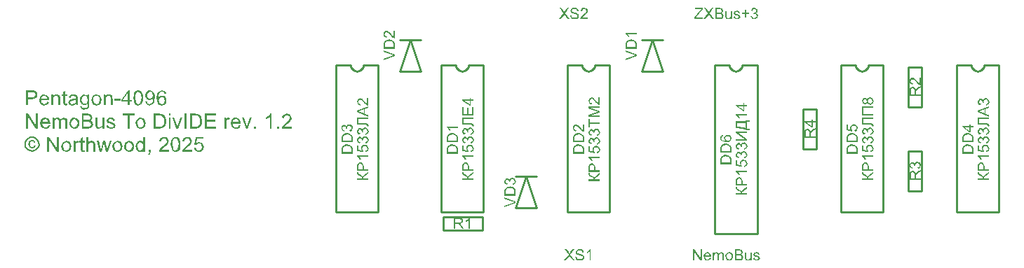
<source format=gto>
G04*
G04  File:            NEMOBUSTODIVIDE-V1.2.GTO, Fri Sep 19 01:12:35 2025*
G04  Source:          P-CAD 2006 PCB, Version 19.02.958, (D:\PCAD-2006\Projects\Pentagon-4096\Hardware\NemoBusToDivIDE-v1.2.PCB)*
G04  Format:          Gerber Format (RS-274-D), ASCII*
G04*
G04  Format Options:  Absolute Positioning*
G04                   Leading-Zero Suppression*
G04                   Scale Factor 1:1*
G04                   NO Circular Interpolation*
G04                   Inch Units*
G04                   Numeric Format: 4.4 (XXXX.XXXX)*
G04                   G54 NOT Used for Aperture Change*
G04                   Apertures Embedded*
G04*
G04  File Options:    Offset = (0.0mil,0.0mil)*
G04                   Drill Symbol Size = 80.0mil*
G04                   No Pad/Via Holes*
G04*
G04  File Contents:   No Pads*
G04                   No Vias*
G04                   Designators*
G04                   Types*
G04                   Values*
G04                   No Drill Symbols*
G04                   Top Silk*
G04*
%INNEMOBUSTODIVIDE-V1.2.GTO*%
%ICAS*%
%MOIN*%
G04*
G04  Aperture MACROs for general use --- invoked via D-code assignment *
G04*
G04  General MACRO for flashed round with rotation and/or offset hole *
%AMROTOFFROUND*
1,1,$1,0.0000,0.0000*
1,0,$2,$3,$4*%
G04*
G04  General MACRO for flashed oval (obround) with rotation and/or offset hole *
%AMROTOFFOVAL*
21,1,$1,$2,0.0000,0.0000,$3*
1,1,$4,$5,$6*
1,1,$4,0-$5,0-$6*
1,0,$7,$8,$9*%
G04*
G04  General MACRO for flashed oval (obround) with rotation and no hole *
%AMROTOVALNOHOLE*
21,1,$1,$2,0.0000,0.0000,$3*
1,1,$4,$5,$6*
1,1,$4,0-$5,0-$6*%
G04*
G04  General MACRO for flashed rectangle with rotation and/or offset hole *
%AMROTOFFRECT*
21,1,$1,$2,0.0000,0.0000,$3*
1,0,$4,$5,$6*%
G04*
G04  General MACRO for flashed rectangle with rotation and no hole *
%AMROTRECTNOHOLE*
21,1,$1,$2,0.0000,0.0000,$3*%
G04*
G04  General MACRO for flashed rounded-rectangle *
%AMROUNDRECT*
21,1,$1,$2-$4,0.0000,0.0000,$3*
21,1,$1-$4,$2,0.0000,0.0000,$3*
1,1,$4,$5,$6*
1,1,$4,$7,$8*
1,1,$4,0-$5,0-$6*
1,1,$4,0-$7,0-$8*
1,0,$9,$10,$11*%
G04*
G04  General MACRO for flashed rounded-rectangle with rotation and no hole *
%AMROUNDRECTNOHOLE*
21,1,$1,$2-$4,0.0000,0.0000,$3*
21,1,$1-$4,$2,0.0000,0.0000,$3*
1,1,$4,$5,$6*
1,1,$4,$7,$8*
1,1,$4,0-$5,0-$6*
1,1,$4,0-$7,0-$8*%
G04*
G04  General MACRO for flashed regular polygon *
%AMREGPOLY*
5,1,$1,0.0000,0.0000,$2,$3+$4*
1,0,$5,$6,$7*%
G04*
G04  General MACRO for flashed regular polygon with no hole *
%AMREGPOLYNOHOLE*
5,1,$1,0.0000,0.0000,$2,$3+$4*%
G04*
G04  General MACRO for target *
%AMTARGET*
6,0,0,$1,$2,$3,4,$4,$5,$6*%
G04*
G04  General MACRO for mounting hole *
%AMMTHOLE*
1,1,$1,0,0*
1,0,$2,0,0*
$1=$1-$2*
$1=$1/2*
21,1,$2+$1,$3,0,0,$4*
21,1,$3,$2+$1,0,0,$4*%
G04*
G04*
G04  D10 : "Ellipse X10.0mil Y10.0mil H0.0mil 0.0deg (0.0mil,0.0mil) Draw"*
G04  Disc: OuterDia=0.0100*
%ADD10C, 0.0100*%
G04  D11 : "Ellipse X30.7mil Y30.7mil H0.0mil 0.0deg (0.0mil,0.0mil) Draw"*
G04  Disc: OuterDia=0.0307*
%ADD11C, 0.0307*%
G04  D12 : "Ellipse X40.0mil Y40.0mil H0.0mil 0.0deg (0.0mil,0.0mil) Draw"*
G04  Disc: OuterDia=0.0400*
%ADD12C, 0.0400*%
G04  D13 : "Ellipse X5.0mil Y5.0mil H0.0mil 0.0deg (0.0mil,0.0mil) Draw"*
G04  Disc: OuterDia=0.0050*
%ADD13C, 0.0050*%
G04  D14 : "Ellipse X6.0mil Y6.0mil H0.0mil 0.0deg (0.0mil,0.0mil) Draw"*
G04  Disc: OuterDia=0.0060*
%ADD14C, 0.0060*%
G04  D15 : "Ellipse X7.0mil Y7.0mil H0.0mil 0.0deg (0.0mil,0.0mil) Draw"*
G04  Disc: OuterDia=0.0070*
%ADD15C, 0.0070*%
G04  D16 : "Ellipse X9.8mil Y9.8mil H0.0mil 0.0deg (0.0mil,0.0mil) Draw"*
G04  Disc: OuterDia=0.0098*
%ADD16C, 0.0098*%
G04  D17 : "Ellipse X133.0mil Y133.0mil H0.0mil 0.0deg (0.0mil,0.0mil) Flash"*
G04  Disc: OuterDia=0.1330*
%ADD17C, 0.1330*%
G04  D18 : "Ellipse X50.0mil Y50.0mil H0.0mil 0.0deg (0.0mil,0.0mil) Flash"*
G04  Disc: OuterDia=0.0500*
%ADD18C, 0.0500*%
G04  D19 : "Ellipse X65.0mil Y65.0mil H0.0mil 0.0deg (0.0mil,0.0mil) Flash"*
G04  Disc: OuterDia=0.0650*
%ADD19C, 0.0650*%
G04  D20 : "Mounting Hole X118.0mil Y118.0mil H0.0mil 0.0deg (0.0mil,0.0mil) Flash"*
G04  Mounting Hole: Diameter=0.1180, Rotation=0.0, LineWidth=0.0050 *
%ADD20MTHOLE, 0.1180 X0.0980 X0.0050 X0.0*%
G04  D21 : "Rounded Rectangle X61.5mil Y275.6mil H0.0mil 0.0deg (0.0mil,0.0mil) Flash"*
G04  RoundRct: DimX=0.0615, DimY=0.2756, CornerRad=0.0154, Rotation=0.0, OffsetX=0.0000, OffsetY=0.0000, HoleDia=0.0000 *
%ADD21ROUNDRECTNOHOLE, 0.0615 X0.2756 X0.0 X0.0308 X-0.0154 X-0.1224 X-0.0154 X0.1224*%
G04  D22 : "Rounded Rectangle X76.5mil Y290.6mil H0.0mil 0.0deg (0.0mil,0.0mil) Flash"*
G04  RoundRct: DimX=0.0765, DimY=0.2906, CornerRad=0.0191, Rotation=0.0, OffsetX=0.0000, OffsetY=0.0000, HoleDia=0.0000 *
%ADD22ROUNDRECTNOHOLE, 0.0765 X0.2906 X0.0 X0.0382 X-0.0191 X-0.1262 X-0.0191 X0.1262*%
G04  D23 : "Rectangle X50.0mil Y50.0mil H0.0mil 0.0deg (0.0mil,0.0mil) Flash"*
G04  Square: Side=0.0500, Rotation=0.0, OffsetX=0.0000, OffsetY=0.0000, HoleDia=0.0000*
%ADD23R, 0.0500 X0.0500*%
G04  D24 : "Rectangle X65.0mil Y65.0mil H0.0mil 0.0deg (0.0mil,0.0mil) Flash"*
G04  Square: Side=0.0650, Rotation=0.0, OffsetX=0.0000, OffsetY=0.0000, HoleDia=0.0000*
%ADD24R, 0.0650 X0.0650*%
G04  D25 : "Ellipse X30.0mil Y30.0mil H0.0mil 0.0deg (0.0mil,0.0mil) Flash"*
G04  Disc: OuterDia=0.0300*
%ADD25C, 0.0300*%
G04  D26 : "Ellipse X45.0mil Y45.0mil H0.0mil 0.0deg (0.0mil,0.0mil) Flash"*
G04  Disc: OuterDia=0.0450*
%ADD26C, 0.0450*%
G04*
%FSLAX44Y44*%
%SFA1B1*%
%OFA0.0000B0.0000*%
G04*
G70*
G90*
G01*
D2*
%LNTop Silk*%
%LPD*%
D10*
D15*
X36531Y45951*
X36629Y45966D1*
X36717Y46008*
X36789Y46075*
X36838Y46160*
X36860Y46256*
X36853Y46354*
X36817Y46445*
X36756Y46522*
X36674Y46577*
X36581Y46606*
X36482*
X36388Y46577*
X36307Y46522*
X36246Y46445*
X36210Y46354*
X36203Y46256*
X36225Y46160*
X36274Y46075*
X36346Y46008*
X36434Y45966*
X36531Y45951*
D2*
D10*
X73187Y46062*
X73812D1*
X73187Y47937D2*
X73812D1*
Y46062*
X73187D2*
Y47937D1*
X78187Y44062D2*
X78812D1*
X78187Y45937D2*
X78812D1*
Y44062*
X78187D2*
Y45937D1*
Y48062D2*
X78812D1*
X78187Y49937D2*
X78812D1*
Y48062*
X78187D2*
Y49937D1*
X57937Y42187D2*
Y42812D1*
X56062Y42187D2*
Y42812D1*
X57937*
Y42187D2*
X56062D1*
X59500Y43250D2*
X60500D1*
X59500Y44750D2*
X60500D1*
X59500Y43250D2*
X60000Y44750D1*
X60500Y43250*
D2*
D16*
X52276Y50051*
X52261Y49958D1*
X52219Y49874*
X52152Y49808*
X52069Y49765*
X51976Y49751*
X51883Y49765*
X51800Y49808*
X51733Y49874*
X51691Y49958*
X51676Y50051*
X52276D2*
X52960D1*
X50992Y43043D2*
Y50051D1*
X52960D2*
Y43043D1*
X50992Y50051D2*
X51676D1*
X52960Y43043D2*
X50992D1*
D2*
D10*
D16*
X56676Y50051*
X56691Y49958D1*
X56733Y49874*
X56800Y49808*
X56883Y49765*
X56976Y49751*
X57069Y49765*
X57152Y49808*
X57219Y49874*
X57261Y49958*
X57276Y50051*
X57960*
X55992Y43043D2*
Y50051D1*
X57960D2*
Y43043D1*
X55992Y50051D2*
X56676D1*
X57960Y43043D2*
X55992D1*
D2*
D10*
X54000Y49750*
X55000D1*
X54000Y51250D2*
X55000D1*
X54000Y49750D2*
X54500Y51250D1*
X55000Y49750*
D2*
D16*
X69676Y50051*
X69691Y49958D1*
X69733Y49874*
X69800Y49808*
X69883Y49765*
X69976Y49751*
X70069Y49765*
X70152Y49808*
X70219Y49874*
X70261Y49958*
X70276Y50051*
X71000*
X68992Y42000D2*
Y50051D1*
X71000D2*
Y42000D1*
X68992Y50051D2*
X69676D1*
X71000Y42000D2*
X69000D1*
D2*
D10*
X65500Y49750*
X66500D1*
X65500Y51250D2*
X66500D1*
X65500Y49750D2*
X66000Y51250D1*
X66500Y49750*
D2*
D16*
X75676Y50051*
X75691Y49958D1*
X75733Y49874*
X75800Y49808*
X75883Y49765*
X75976Y49751*
X76069Y49765*
X76152Y49808*
X76219Y49874*
X76261Y49958*
X76276Y50051*
X76960*
X74992Y43043D2*
Y50051D1*
X76960D2*
Y43043D1*
X74992Y50051D2*
X75676D1*
X76960Y43043D2*
X74992D1*
D2*
D10*
D16*
X81176Y50051*
X81191Y49958D1*
X81233Y49874*
X81300Y49808*
X81383Y49765*
X81476Y49751*
X81569Y49765*
X81652Y49808*
X81719Y49874*
X81761Y49958*
X81776Y50051*
X82460*
X80492Y43043D2*
Y50051D1*
X82460D2*
Y43043D1*
X80492Y50051D2*
X81176D1*
X82460Y43043D2*
X80492D1*
D2*
D10*
D16*
X63276Y50051*
X63261Y49958D1*
X63219Y49874*
X63152Y49808*
X63069Y49765*
X62976Y49751*
X62883Y49765*
X62800Y49808*
X62733Y49874*
X62691Y49958*
X62676Y50051*
X63276D2*
X63960D1*
X61992Y43043D2*
Y50051D1*
X63960D2*
Y43043D1*
X61992Y50051D2*
X62676D1*
X63960Y43043D2*
X61992D1*
D2*
D10*
%LNTop Silk_POS_GLYPHS*%
%LPD*%
G36*
X36631Y46228*
X36695Y46219D1*
X36665Y46151*
X36641Y46116*
X36576Y46088*
X36534Y46078*
X36451Y46104*
X36407Y46130*
X36371Y46217*
X36359Y46278*
X36369Y46348*
X36379Y46387*
X36416Y46435*
X36442Y46458*
X36499Y46476*
X36535Y46482*
X36602Y46466*
X36637Y46449*
X36673Y46396*
X36689Y46359*
X36626Y46350*
X36607Y46389*
X36593Y46408*
X36560Y46423*
X36538Y46428*
X36485Y46410*
X36457Y46392*
X36434Y46327*
X36426Y46280*
X36441Y46204*
X36456Y46167*
X36502Y46141*
X36533Y46132*
X36575Y46144*
X36598Y46156*
X36620Y46198*
X36631Y46228*
G37*
G36*
X37248Y45914D2*
Y46625D1*
X37343*
X37719Y46066*
Y46625*
X37808*
Y45914*
X37712*
X37338Y46472*
Y45914*
X37248*
G37*
G36*
X37922Y46171D2*
X37962Y46313D1*
X38002Y46384*
X38099Y46427*
X38163Y46441*
X38276Y46406*
X38337Y46371*
X38388Y46258*
X38405Y46179*
X38390Y46076*
X38375Y46022*
X38324Y45964*
X38288Y45934*
X38211Y45910*
X38163Y45902*
X38049Y45937*
X37989Y45972*
X37939Y46089*
X37922Y46171*
G37*
G36*
X38506Y45914D2*
Y46430D1*
X38584*
Y46352*
X38619Y46401*
X38639Y46423*
X38673Y46437*
X38695Y46441*
X38752Y46427*
X38786Y46413*
X38754Y46332*
X38714Y46347*
X38690Y46352*
X38657Y46343*
X38639Y46334*
X38617Y46306*
X38607Y46286*
X38596Y46223*
X38593Y46184*
Y45914*
X38506*
G37*
G36*
X39028Y45992D2*
X39039Y45915D1*
X38997Y45910*
X38973Y45908*
X38924Y45915*
X38899Y45922*
X38874Y45946*
X38863Y45961*
X38855Y46019*
X38853Y46065*
Y46362*
X38789*
Y46430*
X38853*
Y46556*
X38940Y46609*
Y46430*
X39028*
Y46362*
X38940*
Y46060*
X38942Y46027*
X38944Y46012*
X38952Y46001*
X38959Y45995*
X38976Y45991*
X38988Y45989*
X39012Y45991*
X39028Y45992*
G37*
G36*
X39114Y45914D2*
Y46625D1*
X39201*
Y46370*
X39292Y46423*
X39354Y46441*
X39418Y46430*
X39454Y46418*
X39495Y46381*
X39515Y46355*
X39529Y46288*
X39533Y46240*
Y45914*
X39446*
Y46240*
X39432Y46304*
X39417Y46336*
X39370Y46358*
X39336Y46366*
X39290Y46355*
X39263Y46345*
X39230Y46313*
X39215Y46290*
X39204Y46234*
X39201Y46195*
Y45914*
X39114*
G37*
G36*
X39758D2*
X39602Y46430D1*
X39693*
X39775Y46132*
X39806Y46020*
X39819Y46076*
X39831Y46126*
X39915Y46430*
X40003*
X40081Y46129*
X40106Y46032*
X40136Y46130*
X40227Y46430*
X40311*
X40147Y45914*
X40058*
X39977Y46222*
X39955Y46311*
X39851Y45914*
X39758*
G37*
G36*
X40351Y46171D2*
X40391Y46313D1*
X40430Y46384*
X40527Y46427*
X40591Y46441*
X40705Y46406*
X40765Y46371*
X40816Y46258*
X40833Y46179*
X40818Y46076*
X40803Y46022*
X40752Y45964*
X40716Y45934*
X40640Y45910*
X40591Y45902*
X40478Y45937*
X40417Y45972*
X40367Y46089*
X40351Y46171*
G37*
G36*
X40904D2*
X40943Y46313D1*
X40983Y46384*
X41080Y46427*
X41144Y46441*
X41258Y46406*
X41318Y46371*
X41369Y46258*
X41386Y46179*
X41371Y46076*
X41356Y46022*
X41305Y45964*
X41269Y45934*
X41192Y45910*
X41144Y45902*
X41030Y45937*
X40970Y45972*
X40920Y46089*
X40904Y46171*
G37*
G36*
X41822Y45914D2*
Y45978D1*
X41738Y45921*
X41678Y45902*
X41606Y45919*
X41564Y45936*
X41512Y45992*
X41485Y46031*
X41463Y46116*
X41456Y46171*
X41469Y46260*
X41482Y46311*
X41527Y46375*
X41559Y46407*
X41629Y46433*
X41674Y46441*
X41727Y46431*
X41756Y46421*
X41795Y46391*
X41816Y46371*
Y46625*
X41903*
Y45914*
X41822*
G37*
G36*
X42064D2*
Y46014D1*
X42164*
Y45914*
X42154Y45857*
X42143Y45826*
X42107Y45791*
X42081Y45773*
X42058Y45810*
X42085Y45832*
X42098Y45847*
X42109Y45886*
X42113Y45914*
X42064*
G37*
G36*
X43029Y45998D2*
Y45914D1*
X42558*
X42562Y45952*
X42567Y45974*
X42601Y46034*
X42625Y46069*
X42692Y46134*
X42740Y46176*
X42847Y46276*
X42896Y46328*
X42928Y46394*
X42938Y46432*
X42919Y46489*
X42900Y46520*
X42843Y46547*
X42804Y46556*
X42737Y46537*
X42702Y46518*
X42674Y46456*
X42664Y46413*
X42575Y46422*
X42611Y46523*
X42644Y46575*
X42739Y46615*
X42805Y46628*
X42912Y46600*
X42967Y46571*
X43013Y46486*
X43028Y46430*
X43019Y46378*
X43010Y46346*
X42976Y46293*
X42951Y46260*
X42875Y46186*
X42818Y46134*
X42747Y46073*
X42716Y46045*
X42692Y46016*
X42680Y45998*
X43029*
G37*
G36*
X43122Y46265D2*
X43135Y46397D1*
X43148Y46467*
X43193Y46546*
X43225Y46586*
X43302Y46618*
X43354Y46628*
X43419Y46616*
X43455Y46605*
X43501Y46566*
X43526Y46538*
X43555Y46474*
X43570Y46432*
X43583Y46333*
X43587Y46265*
X43574Y46132*
X43561Y46062*
X43515Y45984*
X43483Y45944*
X43406Y45913*
X43354Y45902*
X43248Y45939*
X43193Y45975*
X43140Y46142*
X43122Y46265*
G37*
G36*
X44134Y45998D2*
Y45914D1*
X43664*
X43668Y45952*
X43673Y45974*
X43706Y46034*
X43731Y46069*
X43798Y46134*
X43845Y46176*
X43952Y46276*
X44002Y46328*
X44033Y46394*
X44044Y46432*
X44025Y46489*
X44006Y46520*
X43948Y46547*
X43909Y46556*
X43842Y46537*
X43807Y46518*
X43779Y46456*
X43770Y46413*
X43680Y46422*
X43717Y46523*
X43749Y46575*
X43845Y46615*
X43910Y46628*
X44017Y46600*
X44073Y46571*
X44118Y46486*
X44133Y46430*
X44124Y46378*
X44115Y46346*
X44082Y46293*
X44057Y46260*
X43980Y46186*
X43923Y46134*
X43853Y46073*
X43822Y46045*
X43798Y46016*
X43785Y45998*
X44134*
G37*
G36*
X44228Y46101D2*
X44320Y46107D1*
X44345Y46041*
X44366Y46007*
X44421Y45982*
X44457Y45974*
X44527Y45998*
X44564Y46021*
X44597Y46096*
X44608Y46147*
X44587Y46225*
X44566Y46266*
X44499Y46298*
X44454Y46309*
X44406Y46299*
X44378Y46290*
X44343Y46259*
X44325Y46239*
X44243Y46251*
X44312Y46616*
X44667*
Y46533*
X44380*
X44343Y46341*
X44426Y46375*
X44477Y46386*
X44580Y46354*
X44635Y46322*
X44684Y46222*
X44700Y46155*
X44671Y46047*
X44642Y45988*
X44532Y45924*
X44456Y45902*
X44352Y45929*
X44297Y45956*
X44247Y46042*
X44228Y46101*
G37*
G36*
X36249Y48133D2*
Y48844D1*
X36517*
X36589Y48841*
X36625Y48837*
X36682Y48818*
X36712Y48803*
X36750Y48763*
X36770Y48735*
X36786Y48676*
X36792Y48638*
X36763Y48539*
X36734Y48485*
X36615Y48438*
X36526Y48422*
X36344*
Y48133*
X36249*
G37*
G36*
X37254Y48299D2*
X37343Y48288D1*
X37299Y48207*
X37265Y48165*
X37176Y48132*
X37117Y48121*
X36998Y48156*
X36937Y48191*
X36888Y48306*
X36871Y48386*
X36904Y48519*
X36938Y48588*
X37041Y48642*
X37112Y48660*
X37222Y48625*
X37281Y48589*
X37331Y48473*
X37347Y48391*
X37346Y48378*
X37346Y48368*
X36961*
X36985Y48282*
X37008Y48238*
X37073Y48204*
X37117Y48193*
X37170Y48206*
X37199Y48218*
X37235Y48265*
X37254Y48299*
G37*
G36*
X37453Y48133D2*
Y48649D1*
X37531*
Y48574*
X37627Y48639*
X37695Y48660*
X37750Y48652*
X37782Y48643*
X37821Y48616*
X37840Y48599*
X37859Y48560*
X37868Y48535*
X37872Y48486*
X37873Y48449*
Y48133*
X37786*
Y48446*
X37781Y48499*
X37775Y48526*
X37754Y48554*
X37739Y48569*
X37702Y48581*
X37677Y48585*
X37615Y48567*
X37581Y48549*
X37550Y48473*
X37540Y48414*
Y48133*
X37453*
G37*
G36*
X38197Y48211D2*
X38208Y48134D1*
X38166Y48129*
X38142Y48127*
X38093Y48134*
X38068Y48141*
X38043Y48165*
X38032Y48180*
X38024Y48238*
X38021Y48284*
Y48581*
X37957*
Y48649*
X38021*
Y48775*
X38108Y48828*
Y48649*
X38197*
Y48581*
X38108*
Y48279*
X38111Y48246*
X38113Y48231*
X38121Y48220*
X38128Y48214*
X38145Y48210*
X38157Y48208*
X38181Y48210*
X38197Y48211*
G37*
G36*
X38620Y48197D2*
X38562Y48157D1*
X38527Y48138*
X38467Y48126*
X38430Y48121*
X38343Y48142*
X38298Y48162*
X38264Y48226*
X38253Y48269*
X38262Y48313*
X38270Y48338*
X38297Y48371*
X38316Y48388*
X38354Y48407*
X38378Y48417*
X38424Y48425*
X38456Y48430*
X38562Y48448*
X38614Y48461*
X38615Y48476*
X38615Y48482*
X38602Y48533*
X38590Y48558*
X38531Y48581*
X38490Y48589*
X38428Y48578*
X38398Y48567*
X38368Y48523*
X38354Y48490*
X38268Y48501*
X38290Y48559*
X38306Y48589*
X38351Y48624*
X38383Y48642*
X38454Y48656*
X38500Y48660*
X38571Y48652*
X38608Y48644*
X38649Y48621*
X38669Y48605*
X38687Y48570*
X38696Y48546*
X38700Y48500*
X38701Y48464*
Y48348*
X38703Y48241*
X38706Y48194*
X38718Y48156*
X38728Y48133*
X38638*
X38626Y48172*
X38620Y48197*
G37*
G36*
X38819Y48091D2*
X38903Y48079D1*
X38919Y48041*
X38932Y48022*
X38986Y48002*
X39022Y47996*
X39085Y48008*
X39117Y48020*
X39147Y48061*
X39161Y48089*
X39167Y48152*
X39168Y48201*
X39082Y48150*
X39025Y48133*
X38915Y48171*
X38860Y48209*
X38815Y48320*
X38801Y48393*
X38814Y48479*
X38828Y48529*
X38873Y48593*
X38906Y48626*
X38978Y48652*
X39025Y48660*
X39123Y48623*
X39176Y48586*
Y48649*
X39255*
Y48202*
X39243Y48088*
X39231Y48033*
X39186Y47981*
X39153Y47954*
X39074Y47932*
X39022Y47924*
X38925Y47945*
X38874Y47966*
X38832Y48039*
X38819Y48091*
G37*
G36*
X39356Y48390D2*
X39396Y48532D1*
X39435Y48603*
X39533Y48646*
X39597Y48660*
X39710Y48625*
X39771Y48590*
X39821Y48477*
X39838Y48398*
X39823Y48295*
X39808Y48241*
X39757Y48183*
X39721Y48153*
X39645Y48129*
X39597Y48121*
X39483Y48156*
X39423Y48191*
X39373Y48308*
X39356Y48390*
G37*
G36*
X39941Y48133D2*
Y48649D1*
X40019*
Y48574*
X40115Y48639*
X40183Y48660*
X40238Y48652*
X40269Y48643*
X40308Y48616*
X40328Y48599*
X40346Y48560*
X40355Y48535*
X40359Y48486*
X40360Y48449*
Y48133*
X40273*
Y48446*
X40268Y48499*
X40263Y48526*
X40242Y48554*
X40226Y48569*
X40189Y48581*
X40165Y48585*
X40102Y48567*
X40068Y48549*
X40038Y48473*
X40028Y48414*
Y48133*
X39941*
G37*
G36*
X40459Y48347D2*
Y48435D1*
X40728*
Y48347*
X40459*
G37*
G36*
X41079Y48133D2*
Y48303D1*
X40770*
Y48384*
X41095Y48843*
X41167*
Y48384*
X41262*
Y48303*
X41167*
Y48133*
X41079*
G37*
G36*
X41352Y48484D2*
X41365Y48616D1*
X41378Y48686*
X41422Y48765*
X41454Y48805*
X41532Y48837*
X41584Y48847*
X41649Y48835*
X41685Y48824*
X41731Y48785*
X41756Y48757*
X41785Y48693*
X41800Y48651*
X41812Y48552*
X41817Y48484*
X41803Y48351*
X41790Y48281*
X41745Y48203*
X41713Y48163*
X41635Y48132*
X41584Y48121*
X41477Y48158*
X41422Y48194*
X41370Y48361*
X41352Y48484*
G37*
G36*
X41916Y48298D2*
X42001Y48304D1*
X42023Y48247*
X42041Y48219*
X42087Y48200*
X42118Y48193*
X42164Y48202*
X42189Y48211*
X42221Y48240*
X42239Y48260*
X42260Y48310*
X42271Y48344*
X42281Y48410*
X42285Y48450*
Y48461*
Y48468*
X42242Y48424*
X42213Y48400*
X42152Y48381*
X42115Y48375*
X42018Y48406*
X41966Y48438*
X41920Y48538*
X41905Y48606*
X41936Y48721*
X41968Y48781*
X42064Y48830*
X42127Y48847*
X42208Y48828*
X42254Y48809*
X42312Y48746*
X42342Y48702*
X42364Y48585*
X42372Y48503*
X42357Y48360*
X42342Y48286*
X42290Y48204*
X42253Y48163*
X42170Y48132*
X42116Y48121*
X42027Y48145*
X41980Y48168*
X41935Y48244*
X41916Y48298*
G37*
G36*
X42913Y48670D2*
X42826Y48664D1*
X42806Y48714*
X42793Y48738*
X42740Y48766*
X42704Y48775*
X42657Y48763*
X42630Y48751*
X42587Y48700*
X42565Y48664*
X42547Y48568*
X42541Y48500*
X42587Y48548*
X42617Y48571*
X42677Y48589*
X42713Y48595*
X42810Y48563*
X42863Y48530*
X42909Y48431*
X42925Y48363*
X42910Y48285*
X42895Y48239*
X42848Y48181*
X42815Y48152*
X42745Y48129*
X42701Y48121*
X42584Y48161*
X42522Y48201*
X42471Y48354*
X42454Y48466*
X42491Y48667*
X42529Y48765*
X42636Y48826*
X42710Y48847*
X42800Y48823*
X42848Y48800*
X42894Y48723*
X42913Y48670*
G37*
G36*
X36248Y47022D2*
Y47733D1*
X36343*
X36719Y47174*
Y47733*
X36808*
Y47022*
X36712*
X36338Y47580*
Y47022*
X36248*
G37*
G36*
X37307Y47188D2*
X37397Y47177D1*
X37353Y47095*
X37318Y47054*
X37230Y47021*
X37171Y47010*
X37052Y47045*
X36991Y47079*
X36941Y47195*
X36925Y47275*
X36958Y47408*
X36991Y47477*
X37095Y47531*
X37165Y47549*
X37276Y47514*
X37335Y47478*
X37384Y47361*
X37401Y47280*
X37400Y47267*
X37400Y47257*
X37014*
X37039Y47171*
X37062Y47127*
X37127Y47093*
X37171Y47082*
X37224Y47094*
X37253Y47107*
X37289Y47154*
X37307Y47188*
G37*
G36*
X37507Y47022D2*
Y47538D1*
X37585*
Y47465*
X37623Y47505*
X37649Y47526*
X37705Y47543*
X37741Y47549*
X37802Y47537*
X37834Y47525*
X37869Y47485*
X37886Y47458*
X37981Y47526*
X38046Y47549*
X38124Y47528*
X38164Y47506*
X38195Y47430*
X38206Y47375*
Y47022*
X38119*
Y47346*
X38114Y47396*
X38110Y47421*
X38092Y47446*
X38078Y47459*
X38047Y47470*
X38027Y47474*
X37967Y47455*
X37936Y47437*
X37909Y47370*
X37900Y47321*
Y47022*
X37813*
Y47356*
X37802Y47415*
X37791Y47444*
X37750Y47466*
X37721Y47474*
X37678Y47464*
X37654Y47454*
X37623Y47420*
X37608Y47397*
X37598Y47334*
X37594Y47289*
Y47022*
X37507*
G37*
G36*
X38302Y47279D2*
X38341Y47421D1*
X38381Y47491*
X38478Y47535*
X38542Y47549*
X38656Y47514*
X38716Y47479*
X38767Y47366*
X38784Y47287*
X38769Y47183*
X38754Y47130*
X38703Y47072*
X38667Y47042*
X38590Y47018*
X38542Y47010*
X38428Y47045*
X38368Y47079*
X38318Y47197*
X38302Y47279*
G37*
G36*
X38894Y47022D2*
Y47733D1*
X39160*
X39246Y47722*
X39291Y47712*
X39342Y47673*
X39369Y47645*
X39390Y47586*
X39397Y47550*
X39384Y47497*
X39372Y47465*
X39328Y47423*
X39297Y47401*
X39363Y47363*
X39396Y47335*
X39423Y47270*
X39431Y47228*
X39421Y47169*
X39410Y47135*
X39378Y47091*
X39357Y47069*
X39311Y47045*
X39280Y47033*
X39211Y47025*
X39165Y47022*
X38894*
G37*
G36*
X39887D2*
Y47097D1*
X39790Y47032*
X39723Y47010*
X39669Y47019*
X39638Y47028*
X39599Y47054*
X39580Y47071*
X39562Y47110*
X39553Y47136*
X39549Y47183*
X39548Y47218*
Y47538*
X39635*
Y47251*
X39637Y47188*
X39640Y47159*
X39659Y47123*
X39675Y47105*
X39715Y47091*
X39741Y47086*
X39787Y47096*
X39814Y47106*
X39847Y47138*
X39863Y47160*
X39874Y47219*
X39878Y47261*
Y47538*
X39965*
Y47022*
X39887*
G37*
G36*
X40067Y47175D2*
X40153Y47190D1*
X40175Y47136*
X40193Y47110*
X40248Y47089*
X40286Y47082*
X40346Y47094*
X40376Y47106*
X40398Y47141*
X40405Y47164*
X40392Y47194*
X40378Y47210*
X40329Y47228*
X40289Y47239*
X40198Y47267*
X40156Y47282*
X40119Y47311*
X40100Y47331*
X40086Y47373*
X40081Y47399*
X40089Y47440*
X40097Y47463*
X40122Y47495*
X40139Y47512*
X40172Y47529*
X40195Y47538*
X40242Y47546*
X40271Y47549*
X40339Y47540*
X40377Y47531*
X40422Y47503*
X40445Y47484*
X40466Y47437*
X40476Y47404*
X40390Y47393*
X40371Y47434*
X40355Y47455*
X40309Y47472*
X40277Y47477*
X40219Y47467*
X40192Y47457*
X40172Y47428*
X40166Y47410*
X40171Y47391*
X40176Y47380*
X40195Y47364*
X40209Y47356*
X40251Y47344*
X40286Y47334*
X40374Y47307*
X40416Y47293*
X40454Y47267*
X40474Y47248*
X40489Y47203*
X40495Y47173*
X40482Y47121*
X40469Y47090*
X40426Y47051*
X40396Y47031*
X40329Y47015*
X40286Y47010*
X40185Y47031*
X40134Y47052*
X40088Y47124*
X40067Y47175*
G37*
G36*
X41067Y47022D2*
Y47649D1*
X40833*
Y47733*
X41396*
Y47649*
X41161*
Y47022*
X41067*
G37*
G36*
X41449Y47279D2*
X41489Y47421D1*
X41529Y47491*
X41626Y47535*
X41690Y47549*
X41803Y47514*
X41864Y47479*
X41915Y47366*
X41932Y47287*
X41917Y47183*
X41902Y47130*
X41851Y47072*
X41815Y47042*
X41738Y47018*
X41690Y47010*
X41576Y47045*
X41516Y47079*
X41466Y47197*
X41449Y47279*
G37*
G36*
X42322Y47022D2*
Y47733D1*
X42566*
X42650Y47728*
X42693Y47723*
X42760Y47694*
X42797Y47672*
X42853Y47599*
X42881Y47550*
X42902Y47447*
X42909Y47381*
X42900Y47289*
X42890Y47237*
X42861Y47169*
X42841Y47133*
X42802Y47091*
X42777Y47069*
X42725Y47045*
X42692Y47033*
X42622Y47025*
X42578Y47022*
X42322*
G37*
G36*
X43028Y47633D2*
Y47733D1*
X43115*
Y47633*
X43028*
G37*
G36*
Y47022D2*
Y47538D1*
X43115*
Y47022*
X43028*
G37*
G36*
X43388D2*
X43193Y47538D1*
X43285*
X43395Y47228*
X43417Y47164*
X43429Y47124*
X43448Y47184*
X43461Y47223*
X43575Y47538*
X43665*
X43471Y47022*
X43388*
G37*
G36*
X43770D2*
Y47733D1*
X43865*
Y47022*
X43770*
G37*
G36*
X44031D2*
Y47733D1*
X44276*
X44360Y47728*
X44402Y47723*
X44469Y47694*
X44506Y47672*
X44562Y47599*
X44591Y47550*
X44612Y47447*
X44619Y47381*
X44609Y47289*
X44599Y47237*
X44570Y47169*
X44551Y47133*
X44511Y47091*
X44486Y47069*
X44435Y47045*
X44401Y47033*
X44332Y47025*
X44287Y47022*
X44031*
G37*
G36*
X44752D2*
Y47733D1*
X45264*
Y47649*
X44846*
Y47433*
X45237*
Y47348*
X44846*
Y47106*
X45280*
Y47022*
X44752*
G37*
G36*
X45674D2*
Y47538D1*
X45752*
Y47459*
X45787Y47509*
X45807Y47531*
X45842Y47545*
X45864Y47549*
X45920Y47535*
X45954Y47521*
X45923Y47440*
X45883Y47455*
X45859Y47459*
X45826Y47451*
X45807Y47442*
X45786Y47414*
X45775Y47394*
X45765Y47331*
X45761Y47292*
Y47022*
X45674*
G37*
G36*
X46359Y47188D2*
X46448Y47177D1*
X46404Y47095*
X46370Y47054*
X46281Y47021*
X46222Y47010*
X46104Y47045*
X46042Y47079*
X45993Y47195*
X45976Y47275*
X46010Y47408*
X46043Y47477*
X46146Y47531*
X46217Y47549*
X46327Y47514*
X46386Y47478*
X46436Y47361*
X46452Y47280*
X46452Y47267*
X46451Y47257*
X46066*
X46090Y47171*
X46113Y47127*
X46178Y47093*
X46222Y47082*
X46275Y47094*
X46304Y47107*
X46340Y47154*
X46359Y47188*
G37*
G36*
X46699Y47022D2*
X46505Y47538D1*
X46597*
X46707Y47228*
X46728Y47164*
X46740Y47124*
X46759Y47184*
X46772Y47223*
X46886Y47538*
X46977*
X46782Y47022*
X46699*
G37*
G36*
X47079D2*
Y47122D1*
X47179*
Y47022*
X47079*
G37*
G36*
X47913D2*
X47826D1*
Y47577*
X47777Y47540*
X47743Y47518*
X47684Y47487*
X47651Y47472*
Y47557*
X47733Y47607*
X47779Y47640*
X47832Y47700*
X47857Y47736*
X47913*
Y47022*
G37*
G36*
X48185D2*
Y47122D1*
X48285*
Y47022*
X48185*
G37*
G36*
X48872Y47106D2*
Y47022D1*
X48401*
X48405Y47060*
X48410Y47082*
X48444Y47142*
X48468Y47177*
X48535Y47242*
X48583Y47284*
X48690Y47384*
X48739Y47436*
X48771Y47502*
X48781Y47540*
X48762Y47597*
X48743Y47628*
X48685Y47655*
X48647Y47664*
X48580Y47645*
X48545Y47626*
X48517Y47564*
X48507Y47521*
X48418Y47530*
X48454Y47631*
X48487Y47683*
X48582Y47723*
X48648Y47736*
X48755Y47707*
X48810Y47679*
X48856Y47594*
X48871Y47538*
X48862Y47485*
X48853Y47454*
X48819Y47401*
X48794Y47368*
X48717Y47294*
X48661Y47242*
X48590Y47181*
X48559Y47153*
X48535Y47124*
X48523Y47106*
X48872*
G37*
G36*
X73769Y46589D2*
X73235D1*
Y46826*
X73242Y46897*
X73249Y46934*
X73278Y46973*
X73300Y46993*
X73349Y47010*
X73381Y47016*
X73443Y46997*
X73476Y46979*
X73511Y46913*
X73526Y46865*
X73543Y46894*
X73553Y46908*
X73595Y46945*
X73624Y46966*
X73769Y47058*
Y46971*
X73658Y46900*
X73609Y46866*
X73585Y46849*
X73560Y46826*
X73549Y46813*
X73539Y46793*
X73534Y46781*
X73532Y46758*
X73531Y46742*
Y46660*
X73769*
Y46589*
G37*
G36*
Y47310D2*
X73641D1*
Y47077*
X73580*
X73236Y47321*
Y47375*
X73580*
Y47447*
X73641*
Y47375*
X73769*
Y47310*
G37*
G36*
X78769Y44589D2*
X78235D1*
Y44826*
X78242Y44897*
X78249Y44934*
X78278Y44973*
X78300Y44993*
X78349Y45010*
X78381Y45016*
X78443Y44997*
X78476Y44979*
X78511Y44913*
X78526Y44865*
X78543Y44894*
X78553Y44908*
X78595Y44945*
X78624Y44966*
X78769Y45058*
Y44971*
X78658Y44900*
X78609Y44866*
X78585Y44849*
X78560Y44826*
X78549Y44813*
X78539Y44793*
X78534Y44781*
X78532Y44758*
X78531Y44742*
Y44660*
X78769*
Y44589*
G37*
G36*
X78628Y45100D2*
X78619Y45166D1*
X78673Y45187*
X78699Y45203*
X78717Y45244*
X78724Y45270*
X78708Y45321*
X78692Y45349*
X78645Y45373*
X78613Y45381*
X78565Y45366*
X78539Y45351*
X78517Y45306*
X78509Y45275*
X78513Y45248*
X78516Y45229*
X78458Y45237*
X78459Y45244*
X78459Y45247*
X78449Y45295*
X78438Y45323*
X78399Y45348*
X78370Y45357*
X78331Y45345*
X78310Y45332*
X78292Y45294*
X78286Y45269*
X78298Y45227*
X78310Y45205*
X78353Y45182*
X78383Y45172*
X78371Y45107*
X78304Y45137*
X78269Y45161*
X78242Y45225*
X78233Y45268*
X78242Y45318*
X78252Y45348*
X78282Y45385*
X78303Y45404*
X78346Y45419*
X78372Y45424*
X78412Y45415*
X78435Y45405*
X78465Y45373*
X78481Y45350*
X78506Y45399*
X78525Y45424*
X78577Y45443*
X78611Y45450*
X78688Y45424*
X78729Y45399*
X78765Y45321*
X78777Y45269*
X78757Y45194*
X78736Y45153*
X78671Y45115*
X78628Y45100*
G37*
G36*
X78769Y48589D2*
X78235D1*
Y48826*
X78242Y48897*
X78249Y48934*
X78278Y48973*
X78300Y48993*
X78349Y49010*
X78381Y49016*
X78443Y48997*
X78476Y48979*
X78511Y48913*
X78526Y48865*
X78543Y48894*
X78553Y48908*
X78595Y48945*
X78624Y48966*
X78769Y49058*
Y48971*
X78658Y48900*
X78609Y48866*
X78585Y48849*
X78560Y48826*
X78549Y48813*
X78539Y48793*
X78534Y48781*
X78532Y48758*
X78531Y48742*
Y48660*
X78769*
Y48589*
G37*
G36*
X78705Y49444D2*
X78769D1*
Y49091*
X78740Y49094*
X78724Y49098*
X78679Y49123*
X78652Y49141*
X78603Y49192*
X78572Y49227*
X78497Y49308*
X78458Y49345*
X78408Y49368*
X78380Y49376*
X78337Y49362*
X78313Y49348*
X78293Y49304*
X78286Y49275*
X78301Y49225*
X78315Y49199*
X78362Y49178*
X78394Y49171*
X78387Y49103*
X78311Y49131*
X78273Y49155*
X78243Y49227*
X78233Y49276*
X78254Y49356*
X78275Y49398*
X78339Y49432*
X78382Y49443*
X78421Y49437*
X78444Y49430*
X78484Y49405*
X78509Y49386*
X78565Y49328*
X78603Y49286*
X78649Y49233*
X78670Y49209*
X78692Y49192*
X78705Y49182*
Y49444*
G37*
G36*
X56589Y42242D2*
Y42775D1*
X56825*
X56897Y42768*
X56934Y42761*
X56973Y42731*
X56993Y42710*
X57010Y42660*
X57016Y42629*
X56997Y42567*
X56979Y42533*
X56913Y42499*
X56865Y42484*
X56893Y42467*
X56907Y42457*
X56944Y42414*
X56966Y42386*
X57058Y42242*
X56970*
X56900Y42352*
X56866Y42401*
X56849Y42426*
X56826Y42450*
X56813Y42461*
X56793Y42471*
X56781Y42475*
X56758Y42477*
X56741Y42478*
X56659*
Y42242*
X56589*
G37*
G36*
X57345D2*
X57280D1*
Y42659*
X57243Y42630*
X57218Y42613*
X57174Y42590*
X57149Y42579*
Y42642*
X57211Y42680*
X57245Y42705*
X57284Y42750*
X57303Y42777*
X57345*
Y42242*
G37*
G36*
X59519Y43481D2*
X58985Y43274D1*
Y43350*
X59373Y43488*
X59428Y43506*
X59460Y43516*
X59406Y43534*
X59373Y43545*
X58985Y43689*
Y43761*
X59519Y43553*
Y43481*
G37*
G36*
Y43825D2*
X58985D1*
Y44008*
X58988Y44071*
X58992Y44103*
X59014Y44153*
X59031Y44181*
X59085Y44223*
X59122Y44244*
X59199Y44260*
X59249Y44266*
X59318Y44258*
X59357Y44251*
X59408Y44229*
X59435Y44215*
X59467Y44185*
X59484Y44166*
X59501Y44128*
X59510Y44102*
X59517Y44050*
X59519Y44017*
Y43825*
G37*
G36*
X59378Y44337D2*
X59369Y44402D1*
X59423Y44423*
X59449Y44439*
X59467Y44480*
X59474Y44507*
X59458Y44557*
X59442Y44585*
X59395Y44609*
X59363Y44617*
X59315Y44602*
X59289Y44587*
X59267Y44542*
X59259Y44511*
X59263Y44484*
X59266Y44465*
X59208Y44473*
X59209Y44480*
X59209Y44484*
X59199Y44532*
X59188Y44559*
X59149Y44585*
X59120Y44593*
X59081Y44581*
X59060Y44569*
X59042Y44531*
X59036Y44505*
X59048Y44463*
X59060Y44441*
X59103Y44418*
X59133Y44409*
X59121Y44343*
X59054Y44373*
X59019Y44398*
X58992Y44461*
X58983Y44504*
X58992Y44555*
X59002Y44584*
X59032Y44622*
X59053Y44641*
X59096Y44655*
X59122Y44660*
X59162Y44651*
X59185Y44642*
X59215Y44609*
X59231Y44586*
X59256Y44635*
X59275Y44660*
X59327Y44680*
X59361Y44686*
X59438Y44661*
X59479Y44635*
X59515Y44557*
X59527Y44506*
X59507Y44430*
X59486Y44389*
X59421Y44351*
X59378Y44337*
G37*
G36*
X51985Y44579D2*
Y44650D1*
X52219*
X52210Y44696*
X52200Y44718*
X52151Y44748*
X52110Y44768*
X52060Y44792*
X52036Y44805*
X52012Y44829*
X51999Y44846*
X51987Y44882*
X51984Y44905*
X51984Y44936*
X51985Y44948*
X52046*
Y44940*
Y44933*
X52045Y44923*
X52045Y44919*
X52054Y44886*
X52062Y44869*
X52102Y44846*
X52133Y44831*
X52192Y44801*
X52218Y44785*
X52236Y44758*
X52246Y44740*
X52298Y44804*
X52342Y44842*
X52519Y44953*
Y44864*
X52375Y44775*
X52318Y44735*
X52292Y44713*
X52275Y44675*
X52269Y44650*
X52519*
Y44579*
X51985*
G37*
G36*
X52519Y45012D2*
X51985D1*
Y45213*
X51987Y45267*
X51990Y45295*
X52005Y45337*
X52015Y45360*
X52046Y45388*
X52067Y45403*
X52111Y45415*
X52139Y45419*
X52214Y45398*
X52255Y45376*
X52290Y45287*
X52302Y45220*
Y45083*
X52519*
Y45012*
G37*
G36*
Y45730D2*
Y45664D1*
X52102*
X52130Y45627*
X52146Y45602*
X52169Y45557*
X52181Y45533*
X52117*
X52079Y45595*
X52055Y45629*
X52010Y45669*
X51983Y45688*
Y45730*
X52519*
G37*
G36*
X52378Y45896D2*
X52374Y45965D1*
X52424Y45984*
X52449Y46000*
X52467Y46041*
X52474Y46068*
X52456Y46120*
X52438Y46149*
X52382Y46173*
X52344Y46181*
X52285Y46165*
X52255Y46150*
X52230Y46100*
X52222Y46066*
X52229Y46029*
X52237Y46009*
X52259Y45983*
X52275Y45969*
X52266Y45907*
X51991Y45959*
Y46225*
X52054*
Y46010*
X52198Y45982*
X52173Y46045*
X52164Y46083*
X52189Y46160*
X52213Y46202*
X52288Y46238*
X52338Y46250*
X52419Y46229*
X52463Y46207*
X52511Y46124*
X52527Y46067*
X52507Y45989*
X52487Y45948*
X52423Y45910*
X52378Y45896*
G37*
G36*
X52378Y46311D2*
X52369Y46376D1*
X52423Y46398*
X52449Y46414*
X52467Y46454*
X52474Y46481*
X52458Y46532*
X52442Y46559*
X52395Y46583*
X52363Y46591*
X52315Y46577*
X52289Y46562*
X52267Y46516*
X52259Y46486*
X52263Y46458*
X52266Y46440*
X52208Y46447*
X52209Y46454*
X52209Y46458*
X52199Y46506*
X52188Y46533*
X52149Y46559*
X52120Y46567*
X52081Y46555*
X52060Y46543*
X52042Y46505*
X52036Y46479*
X52048Y46438*
X52060Y46415*
X52103Y46393*
X52133Y46383*
X52121Y46318*
X52054Y46348*
X52019Y46372*
X51992Y46436*
X51983Y46478*
X51992Y46529*
X52002Y46558*
X52032Y46596*
X52053Y46615*
X52096Y46630*
X52122Y46635*
X52162Y46625*
X52185Y46616*
X52215Y46584*
X52231Y46561*
X52256Y46609*
X52275Y46634*
X52327Y46654*
X52361Y46661*
X52438Y46635*
X52479Y46609*
X52515Y46532*
X52527Y46480*
X52507Y46404*
X52486Y46363*
X52421Y46325*
X52378Y46311*
G37*
G36*
Y46725D2*
X52369Y46790D1*
X52423Y46812*
X52449Y46828*
X52467Y46868*
X52474Y46895*
X52458Y46946*
X52442Y46973*
X52395Y46997*
X52363Y47005*
X52315Y46991*
X52289Y46976*
X52267Y46930*
X52259Y46900*
X52263Y46872*
X52266Y46854*
X52208Y46861*
X52209Y46868*
X52209Y46872*
X52199Y46920*
X52188Y46947*
X52149Y46973*
X52120Y46981*
X52081Y46969*
X52060Y46957*
X52042Y46919*
X52036Y46893*
X52048Y46852*
X52060Y46829*
X52103Y46807*
X52133Y46797*
X52121Y46732*
X52054Y46762*
X52019Y46786*
X51992Y46850*
X51983Y46892*
X51992Y46943*
X52002Y46972*
X52032Y47010*
X52053Y47029*
X52096Y47044*
X52122Y47049*
X52162Y47039*
X52185Y47030*
X52215Y46998*
X52231Y46975*
X52256Y47023*
X52275Y47048*
X52327Y47068*
X52361Y47075*
X52438Y47049*
X52479Y47023*
X52515Y46946*
X52527Y46894*
X52507Y46818*
X52486Y46777*
X52421Y46740*
X52378Y46725*
G37*
G36*
X51985Y47204D2*
Y47538D1*
X52519*
Y47467*
X52048*
Y47275*
X52323*
X52405Y47271*
X52445Y47267*
X52485Y47249*
X52506Y47234*
X52522Y47196*
X52527Y47170*
X52523Y47136*
X52518Y47114*
X52454Y47127*
X52462Y47146*
X52464Y47156*
X52455Y47180*
X52446Y47192*
X52399Y47201*
X52361Y47204*
X51985*
G37*
G36*
X52519Y47595D2*
X51985Y47799D1*
Y47877*
X52519Y48094*
Y48014*
X52357Y47953*
Y47728*
X52519Y47670*
Y47595*
G37*
G36*
X52455Y48469D2*
X52519D1*
Y48115*
X52490Y48118*
X52474Y48122*
X52429Y48147*
X52402Y48165*
X52353Y48216*
X52322Y48251*
X52247Y48332*
X52208Y48369*
X52158Y48393*
X52130Y48400*
X52087Y48386*
X52063Y48372*
X52043Y48329*
X52036Y48299*
X52051Y48249*
X52065Y48223*
X52112Y48202*
X52144Y48195*
X52137Y48128*
X52061Y48155*
X52023Y48179*
X51993Y48251*
X51983Y48300*
X52004Y48381*
X52025Y48422*
X52089Y48456*
X52132Y48468*
X52171Y48461*
X52194Y48454*
X52234Y48429*
X52259Y48410*
X52315Y48353*
X52353Y48310*
X52399Y48257*
X52420Y48234*
X52442Y48216*
X52455Y48206*
Y48469*
G37*
G36*
X51769Y45828D2*
X51235D1*
Y46011*
X51238Y46075*
X51242Y46107*
X51264Y46157*
X51281Y46184*
X51335Y46227*
X51372Y46248*
X51449Y46264*
X51499Y46269*
X51568Y46262*
X51607Y46254*
X51658Y46233*
X51685Y46218*
X51717Y46188*
X51734Y46169*
X51751Y46131*
X51760Y46106*
X51767Y46053*
X51769Y46020*
Y45828*
G37*
G36*
Y46366D2*
X51235D1*
Y46549*
X51238Y46613*
X51242Y46645*
X51264Y46695*
X51281Y46722*
X51335Y46765*
X51372Y46786*
X51449Y46802*
X51499Y46807*
X51568Y46800*
X51607Y46792*
X51658Y46771*
X51685Y46756*
X51717Y46726*
X51734Y46707*
X51751Y46669*
X51760Y46644*
X51767Y46591*
X51769Y46558*
Y46366*
G37*
G36*
X51628Y46878D2*
X51619Y46943D1*
X51673Y46965*
X51699Y46981*
X51717Y47021*
X51724Y47048*
X51708Y47099*
X51692Y47126*
X51645Y47150*
X51613Y47158*
X51565Y47144*
X51539Y47129*
X51517Y47083*
X51509Y47053*
X51513Y47025*
X51516Y47007*
X51458Y47014*
X51459Y47021*
X51459Y47025*
X51449Y47073*
X51438Y47100*
X51399Y47126*
X51370Y47134*
X51331Y47122*
X51310Y47110*
X51292Y47072*
X51286Y47046*
X51298Y47005*
X51310Y46982*
X51353Y46960*
X51383Y46950*
X51371Y46885*
X51304Y46915*
X51269Y46939*
X51242Y47003*
X51233Y47045*
X51242Y47096*
X51252Y47125*
X51282Y47163*
X51303Y47182*
X51346Y47197*
X51372Y47202*
X51412Y47192*
X51435Y47183*
X51465Y47151*
X51481Y47128*
X51506Y47176*
X51525Y47201*
X51577Y47221*
X51611Y47228*
X51688Y47202*
X51729Y47176*
X51765Y47099*
X51777Y47047*
X51757Y46971*
X51736Y46930*
X51671Y46892*
X51628Y46878*
G37*
G36*
X56985Y44579D2*
Y44650D1*
X57219*
X57210Y44696*
X57200Y44718*
X57151Y44748*
X57110Y44768*
X57060Y44792*
X57036Y44805*
X57012Y44829*
X56999Y44846*
X56987Y44882*
X56984Y44905*
X56984Y44936*
X56985Y44948*
X57046*
Y44940*
Y44933*
X57045Y44923*
X57045Y44919*
X57054Y44886*
X57062Y44869*
X57102Y44846*
X57133Y44831*
X57192Y44801*
X57218Y44785*
X57236Y44758*
X57246Y44740*
X57298Y44804*
X57342Y44842*
X57519Y44953*
Y44864*
X57375Y44775*
X57318Y44735*
X57292Y44713*
X57275Y44675*
X57269Y44650*
X57519*
Y44579*
X56985*
G37*
G36*
X57519Y45012D2*
X56985D1*
Y45213*
X56987Y45267*
X56990Y45295*
X57005Y45337*
X57015Y45360*
X57046Y45388*
X57067Y45403*
X57111Y45415*
X57139Y45419*
X57214Y45398*
X57255Y45376*
X57290Y45287*
X57302Y45220*
Y45083*
X57519*
Y45012*
G37*
G36*
Y45730D2*
Y45664D1*
X57102*
X57130Y45627*
X57146Y45602*
X57169Y45557*
X57181Y45533*
X57117*
X57079Y45595*
X57055Y45629*
X57010Y45669*
X56983Y45688*
Y45730*
X57519*
G37*
G36*
X57378Y45896D2*
X57374Y45965D1*
X57424Y45984*
X57449Y46000*
X57467Y46041*
X57474Y46068*
X57456Y46120*
X57438Y46149*
X57382Y46173*
X57344Y46181*
X57285Y46165*
X57255Y46150*
X57230Y46100*
X57222Y46066*
X57229Y46029*
X57237Y46009*
X57259Y45983*
X57275Y45969*
X57266Y45907*
X56991Y45959*
Y46225*
X57054*
Y46010*
X57198Y45982*
X57173Y46045*
X57164Y46083*
X57189Y46160*
X57213Y46202*
X57288Y46238*
X57338Y46250*
X57419Y46229*
X57463Y46207*
X57511Y46124*
X57527Y46067*
X57507Y45989*
X57487Y45948*
X57423Y45910*
X57378Y45896*
G37*
G36*
X57378Y46311D2*
X57369Y46376D1*
X57423Y46398*
X57449Y46414*
X57467Y46454*
X57474Y46481*
X57458Y46532*
X57442Y46559*
X57395Y46583*
X57363Y46591*
X57315Y46577*
X57289Y46562*
X57267Y46516*
X57259Y46486*
X57263Y46458*
X57266Y46440*
X57208Y46447*
X57209Y46454*
X57209Y46458*
X57199Y46506*
X57188Y46533*
X57149Y46559*
X57120Y46567*
X57081Y46555*
X57060Y46543*
X57042Y46505*
X57036Y46479*
X57048Y46438*
X57060Y46415*
X57103Y46393*
X57133Y46383*
X57121Y46318*
X57054Y46348*
X57019Y46372*
X56992Y46436*
X56983Y46478*
X56992Y46529*
X57002Y46558*
X57032Y46596*
X57053Y46615*
X57096Y46630*
X57122Y46635*
X57162Y46625*
X57185Y46616*
X57215Y46584*
X57231Y46561*
X57256Y46609*
X57275Y46634*
X57327Y46654*
X57361Y46661*
X57438Y46635*
X57479Y46609*
X57515Y46532*
X57527Y46480*
X57507Y46404*
X57486Y46363*
X57421Y46325*
X57378Y46311*
G37*
G36*
Y46725D2*
X57369Y46790D1*
X57423Y46812*
X57449Y46828*
X57467Y46868*
X57474Y46895*
X57458Y46946*
X57442Y46973*
X57395Y46997*
X57363Y47005*
X57315Y46991*
X57289Y46976*
X57267Y46930*
X57259Y46900*
X57263Y46872*
X57266Y46854*
X57208Y46861*
X57209Y46868*
X57209Y46872*
X57199Y46920*
X57188Y46947*
X57149Y46973*
X57120Y46981*
X57081Y46969*
X57060Y46957*
X57042Y46919*
X57036Y46893*
X57048Y46852*
X57060Y46829*
X57103Y46807*
X57133Y46797*
X57121Y46732*
X57054Y46762*
X57019Y46786*
X56992Y46850*
X56983Y46892*
X56992Y46943*
X57002Y46972*
X57032Y47010*
X57053Y47029*
X57096Y47044*
X57122Y47049*
X57162Y47039*
X57185Y47030*
X57215Y46998*
X57231Y46975*
X57256Y47023*
X57275Y47048*
X57327Y47068*
X57361Y47075*
X57438Y47049*
X57479Y47023*
X57515Y46946*
X57527Y46894*
X57507Y46818*
X57486Y46777*
X57421Y46740*
X57378Y46725*
G37*
G36*
X56985Y47204D2*
Y47538D1*
X57519*
Y47467*
X57048*
Y47275*
X57323*
X57405Y47271*
X57445Y47267*
X57485Y47249*
X57506Y47234*
X57522Y47196*
X57527Y47170*
X57523Y47136*
X57518Y47114*
X57454Y47127*
X57462Y47146*
X57464Y47156*
X57455Y47180*
X57446Y47192*
X57399Y47201*
X57361Y47204*
X56985*
G37*
G36*
X57519Y47657D2*
X56985D1*
Y48041*
X57048*
Y47728*
X57210*
Y48021*
X57274*
Y47728*
X57455*
Y48054*
X57519*
Y47657*
G37*
G36*
Y48334D2*
X57391D1*
Y48102*
X57330*
X56986Y48346*
Y48399*
X57330*
Y48471*
X57391*
Y48399*
X57519*
Y48334*
G37*
G36*
X56769Y45828D2*
X56235D1*
Y46011*
X56238Y46075*
X56242Y46107*
X56264Y46157*
X56281Y46184*
X56335Y46227*
X56372Y46248*
X56449Y46264*
X56499Y46269*
X56568Y46262*
X56607Y46254*
X56658Y46233*
X56685Y46218*
X56717Y46188*
X56734Y46169*
X56751Y46131*
X56760Y46106*
X56767Y46053*
X56769Y46020*
Y45828*
G37*
G36*
Y46366D2*
X56235D1*
Y46549*
X56238Y46613*
X56242Y46645*
X56264Y46695*
X56281Y46722*
X56335Y46765*
X56372Y46786*
X56449Y46802*
X56499Y46807*
X56568Y46800*
X56607Y46792*
X56658Y46771*
X56685Y46756*
X56717Y46726*
X56734Y46707*
X56751Y46669*
X56760Y46644*
X56767Y46591*
X56769Y46558*
Y46366*
G37*
G36*
Y47125D2*
Y47060D1*
X56352*
X56380Y47022*
X56396Y46997*
X56419Y46953*
X56431Y46928*
X56367*
X56329Y46990*
X56305Y47024*
X56260Y47064*
X56233Y47083*
Y47125*
X56769*
G37*
G36*
X53769Y50481D2*
X53235Y50274D1*
Y50350*
X53623Y50488*
X53678Y50506*
X53710Y50516*
X53656Y50534*
X53623Y50545*
X53235Y50689*
Y50761*
X53769Y50553*
Y50481*
G37*
G36*
Y50825D2*
X53235D1*
Y51008*
X53238Y51071*
X53242Y51103*
X53264Y51153*
X53281Y51181*
X53335Y51223*
X53372Y51244*
X53449Y51260*
X53499Y51266*
X53568Y51258*
X53607Y51251*
X53658Y51229*
X53685Y51215*
X53717Y51185*
X53734Y51166*
X53751Y51128*
X53760Y51102*
X53767Y51050*
X53769Y51017*
Y50825*
G37*
G36*
X53705Y51681D2*
X53769D1*
Y51327*
X53740Y51330*
X53724Y51334*
X53679Y51359*
X53652Y51377*
X53603Y51428*
X53572Y51463*
X53497Y51544*
X53458Y51581*
X53408Y51605*
X53380Y51612*
X53337Y51598*
X53313Y51584*
X53293Y51541*
X53286Y51511*
X53301Y51461*
X53315Y51435*
X53362Y51414*
X53394Y51407*
X53387Y51340*
X53311Y51367*
X53273Y51391*
X53243Y51463*
X53233Y51512*
X53254Y51593*
X53275Y51634*
X53339Y51668*
X53382Y51680*
X53421Y51673*
X53444Y51666*
X53484Y51641*
X53509Y51622*
X53565Y51565*
X53603Y51522*
X53649Y51469*
X53670Y51446*
X53692Y51428*
X53705Y51418*
Y51681*
G37*
G36*
X69985Y43871D2*
Y43942D1*
X70219*
X70210Y43988*
X70200Y44009*
X70151Y44040*
X70110Y44060*
X70060Y44084*
X70036Y44096*
X70012Y44120*
X69999Y44137*
X69987Y44173*
X69984Y44196*
X69984Y44228*
X69985Y44239*
X70046*
Y44231*
Y44225*
X70045Y44215*
X70045Y44211*
X70054Y44177*
X70062Y44161*
X70102Y44137*
X70133Y44122*
X70192Y44093*
X70218Y44077*
X70236Y44050*
X70246Y44032*
X70298Y44096*
X70342Y44134*
X70519Y44244*
Y44156*
X70375Y44067*
X70318Y44027*
X70292Y44005*
X70275Y43967*
X70269Y43942*
X70519*
Y43871*
X69985*
G37*
G36*
X70519Y44304D2*
X69985D1*
Y44505*
X69987Y44559*
X69990Y44586*
X70005Y44629*
X70015Y44652*
X70046Y44680*
X70067Y44695*
X70111Y44707*
X70139Y44711*
X70214Y44689*
X70255Y44667*
X70290Y44578*
X70302Y44511*
Y44375*
X70519*
Y44304*
G37*
G36*
Y45021D2*
Y44956D1*
X70102*
X70130Y44919*
X70146Y44893*
X70169Y44849*
X70181Y44825*
X70117*
X70079Y44886*
X70055Y44921*
X70010Y44960*
X69983Y44979*
Y45021*
X70519*
G37*
G36*
X70378Y45188D2*
X70374Y45257D1*
X70424Y45276*
X70449Y45291*
X70467Y45332*
X70474Y45360*
X70456Y45412*
X70438Y45440*
X70382Y45465*
X70344Y45473*
X70285Y45457*
X70255Y45441*
X70230Y45392*
X70222Y45358*
X70229Y45321*
X70237Y45300*
X70259Y45274*
X70275Y45261*
X70266Y45199*
X69991Y45251*
Y45517*
X70054*
Y45302*
X70198Y45274*
X70173Y45337*
X70164Y45375*
X70189Y45452*
X70213Y45494*
X70288Y45530*
X70338Y45542*
X70419Y45520*
X70463Y45499*
X70511Y45416*
X70527Y45359*
X70507Y45281*
X70487Y45239*
X70423Y45202*
X70378Y45188*
G37*
G36*
X70378Y45603D2*
X70369Y45668D1*
X70423Y45689*
X70449Y45705*
X70467Y45746*
X70474Y45773*
X70458Y45823*
X70442Y45851*
X70395Y45875*
X70363Y45883*
X70315Y45868*
X70289Y45853*
X70267Y45808*
X70259Y45777*
X70263Y45750*
X70266Y45731*
X70208Y45739*
X70209Y45746*
X70209Y45750*
X70199Y45798*
X70188Y45825*
X70149Y45851*
X70120Y45859*
X70081Y45847*
X70060Y45835*
X70042Y45797*
X70036Y45771*
X70048Y45729*
X70060Y45707*
X70103Y45684*
X70133Y45675*
X70121Y45609*
X70054Y45639*
X70019Y45664*
X69992Y45727*
X69983Y45770*
X69992Y45821*
X70002Y45850*
X70032Y45888*
X70053Y45907*
X70096Y45921*
X70122Y45926*
X70162Y45917*
X70185Y45908*
X70215Y45875*
X70231Y45852*
X70256Y45901*
X70275Y45926*
X70327Y45946*
X70361Y45952*
X70438Y45927*
X70479Y45901*
X70515Y45823*
X70527Y45772*
X70507Y45696*
X70486Y45655*
X70421Y45617*
X70378Y45603*
G37*
G36*
Y46017D2*
X70369Y46082D1*
X70423Y46103*
X70449Y46119*
X70467Y46160*
X70474Y46187*
X70458Y46237*
X70442Y46265*
X70395Y46289*
X70363Y46297*
X70315Y46282*
X70289Y46267*
X70267Y46222*
X70259Y46191*
X70263Y46164*
X70266Y46145*
X70208Y46153*
X70209Y46160*
X70209Y46164*
X70199Y46212*
X70188Y46239*
X70149Y46265*
X70120Y46273*
X70081Y46261*
X70060Y46249*
X70042Y46211*
X70036Y46185*
X70048Y46143*
X70060Y46121*
X70103Y46098*
X70133Y46089*
X70121Y46023*
X70054Y46053*
X70019Y46078*
X69992Y46141*
X69983Y46184*
X69992Y46235*
X70002Y46264*
X70032Y46302*
X70053Y46321*
X70096Y46335*
X70122Y46340*
X70162Y46331*
X70185Y46322*
X70215Y46289*
X70231Y46266*
X70256Y46315*
X70275Y46340*
X70327Y46360*
X70361Y46366*
X70438Y46341*
X70479Y46315*
X70515Y46237*
X70527Y46186*
X70507Y46110*
X70486Y46069*
X70421Y46031*
X70378Y46017*
G37*
G36*
X69985Y46458D2*
Y46522D1*
X70408*
X69985Y46805*
Y46876*
X70519*
Y46812*
X70097*
X70519Y46528*
Y46458*
X69985*
G37*
G36*
Y47040D2*
Y47365D1*
X70455*
Y47413*
X70644*
Y47350*
X70519*
Y46997*
X70644*
Y46934*
X70455*
Y46975*
X70235Y47024*
X70063Y47040*
X69985*
G37*
G36*
X70519Y47717D2*
Y47652D1*
X70102*
X70130Y47614*
X70146Y47589*
X70169Y47545*
X70181Y47520*
X70117*
X70079Y47582*
X70055Y47616*
X70010Y47656*
X69983Y47675*
Y47717*
X70519*
G37*
G36*
Y48094D2*
X70391D1*
Y47861*
X70330*
X69986Y48105*
Y48159*
X70330*
Y48231*
X70391*
Y48159*
X70519*
Y48094*
G37*
G36*
X69769Y45328D2*
X69235D1*
Y45511*
X69238Y45575*
X69242Y45607*
X69264Y45657*
X69281Y45684*
X69335Y45727*
X69372Y45748*
X69449Y45764*
X69499Y45769*
X69568Y45762*
X69607Y45754*
X69658Y45733*
X69685Y45718*
X69717Y45688*
X69734Y45669*
X69751Y45631*
X69760Y45606*
X69767Y45553*
X69769Y45520*
Y45328*
G37*
G36*
Y45866D2*
X69235D1*
Y46049*
X69238Y46113*
X69242Y46145*
X69264Y46195*
X69281Y46222*
X69335Y46265*
X69372Y46286*
X69449Y46302*
X69499Y46307*
X69568Y46300*
X69607Y46292*
X69658Y46271*
X69685Y46256*
X69717Y46226*
X69734Y46207*
X69751Y46169*
X69760Y46144*
X69767Y46091*
X69769Y46058*
Y45866*
G37*
G36*
X69365Y46719D2*
X69370Y46654D1*
X69333Y46639*
X69314Y46629*
X69293Y46589*
X69286Y46562*
X69296Y46527*
X69305Y46507*
X69343Y46474*
X69370Y46458*
X69442Y46444*
X69493Y46439*
X69457Y46474*
X69440Y46497*
X69426Y46542*
X69422Y46569*
X69446Y46641*
X69470Y46681*
X69545Y46716*
X69596Y46728*
X69655Y46717*
X69689Y46706*
X69733Y46670*
X69755Y46645*
X69772Y46593*
X69777Y46560*
X69747Y46472*
X69717Y46425*
X69603Y46387*
X69519Y46374*
X69368Y46402*
X69294Y46431*
X69248Y46511*
X69233Y46566*
X69250Y46634*
X69268Y46670*
X69326Y46705*
X69365Y46719*
G37*
G36*
X65269Y50481D2*
X64735Y50274D1*
Y50350*
X65123Y50488*
X65178Y50506*
X65210Y50516*
X65156Y50534*
X65123Y50545*
X64735Y50689*
Y50761*
X65269Y50553*
Y50481*
G37*
G36*
Y50825D2*
X64735D1*
Y51008*
X64738Y51071*
X64742Y51103*
X64764Y51153*
X64781Y51181*
X64835Y51223*
X64872Y51244*
X64949Y51260*
X64999Y51266*
X65068Y51258*
X65107Y51251*
X65158Y51229*
X65185Y51215*
X65217Y51185*
X65234Y51166*
X65251Y51128*
X65260Y51102*
X65267Y51050*
X65269Y51017*
Y50825*
G37*
G36*
Y51584D2*
Y51518D1*
X64852*
X64880Y51481*
X64896Y51455*
X64919Y51411*
X64931Y51387*
X64867*
X64829Y51448*
X64805Y51483*
X64760Y51522*
X64733Y51541*
Y51584*
X65269*
G37*
G36*
X75985Y44579D2*
Y44650D1*
X76219*
X76210Y44696*
X76200Y44718*
X76151Y44748*
X76110Y44768*
X76060Y44792*
X76036Y44805*
X76012Y44829*
X75999Y44846*
X75987Y44882*
X75984Y44905*
X75984Y44936*
X75985Y44948*
X76046*
Y44940*
Y44933*
X76045Y44923*
X76045Y44919*
X76054Y44886*
X76062Y44869*
X76102Y44846*
X76133Y44831*
X76192Y44801*
X76218Y44785*
X76236Y44758*
X76246Y44740*
X76298Y44804*
X76342Y44842*
X76519Y44953*
Y44864*
X76375Y44775*
X76318Y44735*
X76292Y44713*
X76275Y44675*
X76269Y44650*
X76519*
Y44579*
X75985*
G37*
G36*
X76519Y45012D2*
X75985D1*
Y45213*
X75987Y45267*
X75990Y45295*
X76005Y45337*
X76015Y45360*
X76046Y45388*
X76067Y45403*
X76111Y45415*
X76139Y45419*
X76214Y45398*
X76255Y45376*
X76290Y45287*
X76302Y45220*
Y45083*
X76519*
Y45012*
G37*
G36*
Y45730D2*
Y45664D1*
X76102*
X76130Y45627*
X76146Y45602*
X76169Y45557*
X76181Y45533*
X76117*
X76079Y45595*
X76055Y45629*
X76010Y45669*
X75983Y45688*
Y45730*
X76519*
G37*
G36*
X76378Y45896D2*
X76374Y45965D1*
X76424Y45984*
X76449Y46000*
X76467Y46041*
X76474Y46068*
X76456Y46120*
X76438Y46149*
X76382Y46173*
X76344Y46181*
X76285Y46165*
X76255Y46150*
X76230Y46100*
X76222Y46066*
X76229Y46029*
X76237Y46009*
X76259Y45983*
X76275Y45969*
X76266Y45907*
X75991Y45959*
Y46225*
X76054*
Y46010*
X76198Y45982*
X76173Y46045*
X76164Y46083*
X76189Y46160*
X76213Y46202*
X76288Y46238*
X76338Y46250*
X76419Y46229*
X76463Y46207*
X76511Y46124*
X76527Y46067*
X76507Y45989*
X76487Y45948*
X76423Y45910*
X76378Y45896*
G37*
G36*
X76378Y46311D2*
X76369Y46376D1*
X76423Y46398*
X76449Y46414*
X76467Y46454*
X76474Y46481*
X76458Y46532*
X76442Y46559*
X76395Y46583*
X76363Y46591*
X76315Y46577*
X76289Y46562*
X76267Y46516*
X76259Y46486*
X76263Y46458*
X76266Y46440*
X76208Y46447*
X76209Y46454*
X76209Y46458*
X76199Y46506*
X76188Y46533*
X76149Y46559*
X76120Y46567*
X76081Y46555*
X76060Y46543*
X76042Y46505*
X76036Y46479*
X76048Y46438*
X76060Y46415*
X76103Y46393*
X76133Y46383*
X76121Y46318*
X76054Y46348*
X76019Y46372*
X75992Y46436*
X75983Y46478*
X75992Y46529*
X76002Y46558*
X76032Y46596*
X76053Y46615*
X76096Y46630*
X76122Y46635*
X76162Y46625*
X76185Y46616*
X76215Y46584*
X76231Y46561*
X76256Y46609*
X76275Y46634*
X76327Y46654*
X76361Y46661*
X76438Y46635*
X76479Y46609*
X76515Y46532*
X76527Y46480*
X76507Y46404*
X76486Y46363*
X76421Y46325*
X76378Y46311*
G37*
G36*
Y46725D2*
X76369Y46790D1*
X76423Y46812*
X76449Y46828*
X76467Y46868*
X76474Y46895*
X76458Y46946*
X76442Y46973*
X76395Y46997*
X76363Y47005*
X76315Y46991*
X76289Y46976*
X76267Y46930*
X76259Y46900*
X76263Y46872*
X76266Y46854*
X76208Y46861*
X76209Y46868*
X76209Y46872*
X76199Y46920*
X76188Y46947*
X76149Y46973*
X76120Y46981*
X76081Y46969*
X76060Y46957*
X76042Y46919*
X76036Y46893*
X76048Y46852*
X76060Y46829*
X76103Y46807*
X76133Y46797*
X76121Y46732*
X76054Y46762*
X76019Y46786*
X75992Y46850*
X75983Y46892*
X75992Y46943*
X76002Y46972*
X76032Y47010*
X76053Y47029*
X76096Y47044*
X76122Y47049*
X76162Y47039*
X76185Y47030*
X76215Y46998*
X76231Y46975*
X76256Y47023*
X76275Y47048*
X76327Y47068*
X76361Y47075*
X76438Y47049*
X76479Y47023*
X76515Y46946*
X76527Y46894*
X76507Y46818*
X76486Y46777*
X76421Y46740*
X76378Y46725*
G37*
G36*
X75985Y47204D2*
Y47538D1*
X76519*
Y47467*
X76048*
Y47275*
X76323*
X76405Y47271*
X76445Y47267*
X76485Y47249*
X76506Y47234*
X76522Y47196*
X76527Y47170*
X76523Y47136*
X76518Y47114*
X76454Y47127*
X76462Y47146*
X76464Y47156*
X76455Y47180*
X76446Y47192*
X76399Y47201*
X76361Y47204*
X75985*
G37*
G36*
Y47655D2*
Y48074D1*
X76519*
Y48003*
X76048*
Y47726*
X76519*
Y47655*
X75985*
G37*
G36*
X76230Y48262D2*
X76204Y48222D1*
X76187Y48202*
X76147Y48187*
X76121Y48182*
X76057Y48203*
X76023Y48224*
X75993Y48290*
X75983Y48336*
X76003Y48410*
X76024Y48449*
X76083Y48481*
X76122Y48492*
X76164Y48482*
X76187Y48472*
X76215Y48437*
X76230Y48413*
X76259Y48463*
X76281Y48488*
X76332Y48507*
X76366Y48514*
X76440Y48489*
X76481Y48465*
X76516Y48389*
X76527Y48337*
X76504Y48254*
X76481Y48210*
X76411Y48173*
X76364Y48161*
X76308Y48174*
X76277Y48187*
X76245Y48231*
X76230Y48262*
G37*
G36*
X75769Y45828D2*
X75235D1*
Y46011*
X75238Y46075*
X75242Y46107*
X75264Y46157*
X75281Y46184*
X75335Y46227*
X75372Y46248*
X75449Y46264*
X75499Y46269*
X75568Y46262*
X75607Y46254*
X75658Y46233*
X75685Y46218*
X75717Y46188*
X75734Y46169*
X75751Y46131*
X75760Y46106*
X75767Y46053*
X75769Y46020*
Y45828*
G37*
G36*
Y46366D2*
X75235D1*
Y46549*
X75238Y46613*
X75242Y46645*
X75264Y46695*
X75281Y46722*
X75335Y46765*
X75372Y46786*
X75449Y46802*
X75499Y46807*
X75568Y46800*
X75607Y46792*
X75658Y46771*
X75685Y46756*
X75717Y46726*
X75734Y46707*
X75751Y46669*
X75760Y46644*
X75767Y46591*
X75769Y46558*
Y46366*
G37*
G36*
X75628Y46877D2*
X75624Y46946D1*
X75674Y46965*
X75699Y46981*
X75717Y47022*
X75724Y47049*
X75706Y47101*
X75688Y47130*
X75632Y47154*
X75594Y47162*
X75535Y47146*
X75505Y47131*
X75480Y47081*
X75472Y47047*
X75479Y47011*
X75487Y46990*
X75509Y46964*
X75525Y46950*
X75516Y46889*
X75241Y46940*
Y47206*
X75304*
Y46991*
X75448Y46963*
X75423Y47026*
X75414Y47064*
X75439Y47141*
X75463Y47183*
X75538Y47219*
X75588Y47231*
X75669Y47210*
X75713Y47188*
X75761Y47105*
X75777Y47048*
X75757Y46970*
X75737Y46929*
X75673Y46891*
X75628Y46877*
G37*
G36*
X81485Y44579D2*
Y44650D1*
X81719*
X81710Y44696*
X81700Y44718*
X81651Y44748*
X81610Y44768*
X81560Y44792*
X81536Y44805*
X81512Y44829*
X81499Y44846*
X81487Y44882*
X81484Y44905*
X81484Y44936*
X81485Y44948*
X81546*
Y44940*
Y44933*
X81545Y44923*
X81545Y44919*
X81554Y44886*
X81562Y44869*
X81602Y44846*
X81633Y44831*
X81692Y44801*
X81718Y44785*
X81736Y44758*
X81746Y44740*
X81798Y44804*
X81842Y44842*
X82019Y44953*
Y44864*
X81875Y44775*
X81818Y44735*
X81792Y44713*
X81775Y44675*
X81769Y44650*
X82019*
Y44579*
X81485*
G37*
G36*
X82019Y45012D2*
X81485D1*
Y45213*
X81487Y45267*
X81490Y45295*
X81505Y45337*
X81515Y45360*
X81546Y45388*
X81567Y45403*
X81611Y45415*
X81639Y45419*
X81714Y45398*
X81755Y45376*
X81790Y45287*
X81802Y45220*
Y45083*
X82019*
Y45012*
G37*
G36*
Y45730D2*
Y45664D1*
X81602*
X81630Y45627*
X81646Y45602*
X81669Y45557*
X81681Y45533*
X81617*
X81579Y45595*
X81555Y45629*
X81510Y45669*
X81483Y45688*
Y45730*
X82019*
G37*
G36*
X81878Y45896D2*
X81874Y45965D1*
X81924Y45984*
X81949Y46000*
X81967Y46041*
X81974Y46068*
X81956Y46120*
X81938Y46149*
X81882Y46173*
X81844Y46181*
X81785Y46165*
X81755Y46150*
X81730Y46100*
X81722Y46066*
X81729Y46029*
X81737Y46009*
X81759Y45983*
X81775Y45969*
X81766Y45907*
X81491Y45959*
Y46225*
X81554*
Y46010*
X81698Y45982*
X81673Y46045*
X81664Y46083*
X81689Y46160*
X81713Y46202*
X81788Y46238*
X81838Y46250*
X81919Y46229*
X81963Y46207*
X82011Y46124*
X82027Y46067*
X82007Y45989*
X81987Y45948*
X81923Y45910*
X81878Y45896*
G37*
G36*
X81878Y46311D2*
X81869Y46376D1*
X81923Y46398*
X81949Y46414*
X81967Y46454*
X81974Y46481*
X81958Y46532*
X81942Y46559*
X81895Y46583*
X81863Y46591*
X81815Y46577*
X81789Y46562*
X81767Y46516*
X81759Y46486*
X81763Y46458*
X81766Y46440*
X81708Y46447*
X81709Y46454*
X81709Y46458*
X81699Y46506*
X81688Y46533*
X81649Y46559*
X81620Y46567*
X81581Y46555*
X81560Y46543*
X81542Y46505*
X81536Y46479*
X81548Y46438*
X81560Y46415*
X81603Y46393*
X81633Y46383*
X81621Y46318*
X81554Y46348*
X81519Y46372*
X81492Y46436*
X81483Y46478*
X81492Y46529*
X81502Y46558*
X81532Y46596*
X81553Y46615*
X81596Y46630*
X81622Y46635*
X81662Y46625*
X81685Y46616*
X81715Y46584*
X81731Y46561*
X81756Y46609*
X81775Y46634*
X81827Y46654*
X81861Y46661*
X81938Y46635*
X81979Y46609*
X82015Y46532*
X82027Y46480*
X82007Y46404*
X81986Y46363*
X81921Y46325*
X81878Y46311*
G37*
G36*
Y46725D2*
X81869Y46790D1*
X81923Y46812*
X81949Y46828*
X81967Y46868*
X81974Y46895*
X81958Y46946*
X81942Y46973*
X81895Y46997*
X81863Y47005*
X81815Y46991*
X81789Y46976*
X81767Y46930*
X81759Y46900*
X81763Y46872*
X81766Y46854*
X81708Y46861*
X81709Y46868*
X81709Y46872*
X81699Y46920*
X81688Y46947*
X81649Y46973*
X81620Y46981*
X81581Y46969*
X81560Y46957*
X81542Y46919*
X81536Y46893*
X81548Y46852*
X81560Y46829*
X81603Y46807*
X81633Y46797*
X81621Y46732*
X81554Y46762*
X81519Y46786*
X81492Y46850*
X81483Y46892*
X81492Y46943*
X81502Y46972*
X81532Y47010*
X81553Y47029*
X81596Y47044*
X81622Y47049*
X81662Y47039*
X81685Y47030*
X81715Y46998*
X81731Y46975*
X81756Y47023*
X81775Y47048*
X81827Y47068*
X81861Y47075*
X81938Y47049*
X81979Y47023*
X82015Y46946*
X82027Y46894*
X82007Y46818*
X81986Y46777*
X81921Y46740*
X81878Y46725*
G37*
G36*
X81485Y47204D2*
Y47538D1*
X82019*
Y47467*
X81548*
Y47275*
X81823*
X81905Y47271*
X81945Y47267*
X81985Y47249*
X82006Y47234*
X82022Y47196*
X82027Y47170*
X82023Y47136*
X82018Y47114*
X81954Y47127*
X81962Y47146*
X81964Y47156*
X81955Y47180*
X81946Y47192*
X81899Y47201*
X81861Y47204*
X81485*
G37*
G36*
X82019Y47595D2*
X81485Y47799D1*
Y47877*
X82019Y48094*
Y48014*
X81857Y47953*
Y47728*
X82019Y47670*
Y47595*
G37*
G36*
X81878Y48125D2*
X81869Y48190D1*
X81923Y48211*
X81949Y48227*
X81967Y48268*
X81974Y48295*
X81958Y48345*
X81942Y48373*
X81895Y48397*
X81863Y48405*
X81815Y48390*
X81789Y48375*
X81767Y48330*
X81759Y48299*
X81763Y48272*
X81766Y48253*
X81708Y48261*
X81709Y48268*
X81709Y48272*
X81699Y48320*
X81688Y48347*
X81649Y48373*
X81620Y48381*
X81581Y48369*
X81560Y48357*
X81542Y48319*
X81536Y48293*
X81548Y48251*
X81560Y48229*
X81603Y48206*
X81633Y48197*
X81621Y48131*
X81554Y48161*
X81519Y48186*
X81492Y48249*
X81483Y48292*
X81492Y48343*
X81502Y48372*
X81532Y48410*
X81553Y48429*
X81596Y48443*
X81622Y48448*
X81662Y48439*
X81685Y48430*
X81715Y48397*
X81731Y48374*
X81756Y48423*
X81775Y48448*
X81827Y48468*
X81861Y48474*
X81938Y48449*
X81979Y48423*
X82015Y48345*
X82027Y48294*
X82007Y48218*
X81986Y48177*
X81921Y48139*
X81878Y48125*
G37*
G36*
X81269Y45828D2*
X80735D1*
Y46011*
X80738Y46075*
X80742Y46107*
X80764Y46157*
X80781Y46184*
X80835Y46227*
X80872Y46248*
X80949Y46264*
X80999Y46269*
X81068Y46262*
X81107Y46254*
X81158Y46233*
X81185Y46218*
X81217Y46188*
X81234Y46169*
X81251Y46131*
X81260Y46106*
X81267Y46053*
X81269Y46020*
Y45828*
G37*
G36*
Y46366D2*
X80735D1*
Y46549*
X80738Y46613*
X80742Y46645*
X80764Y46695*
X80781Y46722*
X80835Y46765*
X80872Y46786*
X80949Y46802*
X80999Y46807*
X81068Y46800*
X81107Y46792*
X81158Y46771*
X81185Y46756*
X81217Y46726*
X81234Y46707*
X81251Y46669*
X81260Y46644*
X81267Y46591*
X81269Y46558*
Y46366*
G37*
G36*
Y47087D2*
X81141D1*
Y46855*
X81080*
X80736Y47099*
Y47153*
X81080*
Y47225*
X81141*
Y47153*
X81269*
Y47087*
G37*
G36*
X62985Y44527D2*
Y44598D1*
X63219*
X63210Y44644*
X63200Y44666*
X63151Y44696*
X63110Y44716*
X63060Y44740*
X63036Y44753*
X63012Y44777*
X62999Y44793*
X62987Y44830*
X62984Y44853*
X62984Y44884*
X62985Y44896*
X63046*
Y44888*
Y44881*
X63045Y44871*
X63045Y44867*
X63054Y44834*
X63062Y44817*
X63102Y44793*
X63133Y44779*
X63192Y44749*
X63218Y44733*
X63236Y44706*
X63246Y44688*
X63298Y44752*
X63342Y44790*
X63519Y44901*
Y44812*
X63375Y44723*
X63318Y44683*
X63292Y44661*
X63275Y44623*
X63269Y44598*
X63519*
Y44527*
X62985*
G37*
G36*
X63519Y44960D2*
X62985D1*
Y45161*
X62987Y45215*
X62990Y45243*
X63005Y45285*
X63015Y45308*
X63046Y45336*
X63067Y45351*
X63111Y45363*
X63139Y45367*
X63214Y45346*
X63255Y45324*
X63290Y45235*
X63302Y45168*
Y45031*
X63519*
Y44960*
G37*
G36*
Y45678D2*
Y45612D1*
X63102*
X63130Y45575*
X63146Y45549*
X63169Y45505*
X63181Y45481*
X63117*
X63079Y45542*
X63055Y45577*
X63010Y45616*
X62983Y45635*
Y45678*
X63519*
G37*
G36*
X63378Y45844D2*
X63374Y45913D1*
X63424Y45932*
X63449Y45948*
X63467Y45989*
X63474Y46016*
X63456Y46068*
X63438Y46097*
X63382Y46121*
X63344Y46129*
X63285Y46113*
X63255Y46097*
X63230Y46048*
X63222Y46014*
X63229Y45977*
X63237Y45957*
X63259Y45930*
X63275Y45917*
X63266Y45855*
X62991Y45907*
Y46173*
X63054*
Y45958*
X63198Y45930*
X63173Y45993*
X63164Y46031*
X63189Y46108*
X63213Y46150*
X63288Y46186*
X63338Y46198*
X63419Y46177*
X63463Y46155*
X63511Y46072*
X63527Y46015*
X63507Y45937*
X63487Y45896*
X63423Y45858*
X63378Y45844*
G37*
G36*
X63378Y46259D2*
X63369Y46324D1*
X63423Y46346*
X63449Y46362*
X63467Y46402*
X63474Y46429*
X63458Y46480*
X63442Y46507*
X63395Y46531*
X63363Y46539*
X63315Y46524*
X63289Y46510*
X63267Y46464*
X63259Y46434*
X63263Y46406*
X63266Y46388*
X63208Y46395*
X63209Y46402*
X63209Y46406*
X63199Y46454*
X63188Y46481*
X63149Y46507*
X63120Y46515*
X63081Y46503*
X63060Y46491*
X63042Y46453*
X63036Y46427*
X63048Y46385*
X63060Y46363*
X63103Y46341*
X63133Y46331*
X63121Y46266*
X63054Y46296*
X63019Y46320*
X62992Y46384*
X62983Y46426*
X62992Y46477*
X63002Y46506*
X63032Y46544*
X63053Y46563*
X63096Y46578*
X63122Y46583*
X63162Y46573*
X63185Y46564*
X63215Y46532*
X63231Y46509*
X63256Y46557*
X63275Y46582*
X63327Y46602*
X63361Y46609*
X63438Y46583*
X63479Y46557*
X63515Y46480*
X63527Y46428*
X63507Y46352*
X63486Y46311*
X63421Y46273*
X63378Y46259*
G37*
G36*
Y46673D2*
X63369Y46738D1*
X63423Y46760*
X63449Y46776*
X63467Y46816*
X63474Y46843*
X63458Y46894*
X63442Y46921*
X63395Y46945*
X63363Y46953*
X63315Y46939*
X63289Y46924*
X63267Y46878*
X63259Y46848*
X63263Y46820*
X63266Y46802*
X63208Y46809*
X63209Y46816*
X63209Y46820*
X63199Y46868*
X63188Y46895*
X63149Y46921*
X63120Y46929*
X63081Y46917*
X63060Y46905*
X63042Y46867*
X63036Y46841*
X63048Y46799*
X63060Y46777*
X63103Y46755*
X63133Y46745*
X63121Y46680*
X63054Y46710*
X63019Y46734*
X62992Y46798*
X62983Y46840*
X62992Y46891*
X63002Y46920*
X63032Y46958*
X63053Y46977*
X63096Y46992*
X63122Y46997*
X63162Y46987*
X63185Y46978*
X63215Y46946*
X63231Y46923*
X63256Y46971*
X63275Y46996*
X63327Y47016*
X63361Y47023*
X63438Y46997*
X63479Y46971*
X63515Y46894*
X63527Y46842*
X63507Y46766*
X63486Y46725*
X63421Y46687*
X63378Y46673*
G37*
G36*
X63519Y47248D2*
X63048D1*
Y47073*
X62985*
Y47495*
X63048*
Y47319*
X63519*
Y47248*
G37*
G36*
Y47566D2*
X62985D1*
Y47672*
X63363Y47798*
X63416Y47815*
X63442Y47824*
X63392Y47841*
X63356Y47853*
X62985Y47980*
Y48075*
X63519*
Y48007*
X63072*
X63519Y47852*
Y47788*
X63064Y47634*
X63519*
Y47566*
G37*
G36*
X63455Y48507D2*
X63519D1*
Y48153*
X63490Y48156*
X63474Y48160*
X63429Y48185*
X63402Y48204*
X63353Y48254*
X63322Y48290*
X63247Y48370*
X63208Y48407*
X63158Y48431*
X63130Y48439*
X63087Y48424*
X63063Y48410*
X63043Y48367*
X63036Y48338*
X63051Y48287*
X63065Y48261*
X63112Y48240*
X63144Y48233*
X63137Y48166*
X63061Y48193*
X63023Y48218*
X62993Y48289*
X62983Y48339*
X63004Y48419*
X63025Y48461*
X63089Y48494*
X63132Y48506*
X63171Y48499*
X63194Y48492*
X63234Y48467*
X63259Y48449*
X63315Y48391*
X63353Y48348*
X63399Y48295*
X63420Y48272*
X63442Y48254*
X63455Y48244*
Y48507*
G37*
G36*
X62769Y45828D2*
X62235D1*
Y46011*
X62238Y46075*
X62242Y46107*
X62264Y46157*
X62281Y46184*
X62335Y46227*
X62372Y46248*
X62449Y46264*
X62499Y46269*
X62568Y46262*
X62607Y46254*
X62658Y46233*
X62685Y46218*
X62717Y46188*
X62734Y46169*
X62751Y46131*
X62760Y46106*
X62767Y46053*
X62769Y46020*
Y45828*
G37*
G36*
Y46366D2*
X62235D1*
Y46549*
X62238Y46613*
X62242Y46645*
X62264Y46695*
X62281Y46722*
X62335Y46765*
X62372Y46786*
X62449Y46802*
X62499Y46807*
X62568Y46800*
X62607Y46792*
X62658Y46771*
X62685Y46756*
X62717Y46726*
X62734Y46707*
X62751Y46669*
X62760Y46644*
X62767Y46591*
X62769Y46558*
Y46366*
G37*
G36*
X62705Y47222D2*
X62769D1*
Y46868*
X62740Y46871*
X62724Y46875*
X62679Y46901*
X62652Y46919*
X62603Y46969*
X62572Y47005*
X62497Y47085*
X62458Y47122*
X62408Y47146*
X62380Y47154*
X62337Y47139*
X62313Y47125*
X62293Y47082*
X62286Y47053*
X62301Y47003*
X62315Y46976*
X62362Y46955*
X62394Y46948*
X62387Y46881*
X62311Y46908*
X62273Y46933*
X62243Y47005*
X62233Y47054*
X62254Y47134*
X62275Y47176*
X62339Y47210*
X62382Y47221*
X62421Y47214*
X62444Y47207*
X62484Y47182*
X62509Y47164*
X62565Y47106*
X62603Y47063*
X62649Y47010*
X62670Y46987*
X62692Y46969*
X62705Y46960*
Y47222*
G37*
G36*
X61574Y52242D2*
X61779Y52518D1*
X61597Y52775*
X61681*
X61779Y52637*
X61808Y52594*
X61821Y52573*
X61847Y52611*
X61863Y52634*
X61969Y52775*
X62047*
X61862Y52520*
X62061Y52242*
X61976*
X61841Y52431*
X61827Y52451*
X61818Y52464*
X61802Y52439*
X61794Y52427*
X61659Y52242*
X61574*
G37*
G36*
X62104Y52414D2*
X62170Y52420D1*
X62181Y52376*
X62191Y52353*
X62222Y52326*
X62244Y52311*
X62294Y52300*
X62326Y52296*
X62371Y52302*
X62396Y52308*
X62427Y52327*
X62442Y52341*
X62453Y52369*
X62457Y52386*
X62450Y52414*
X62443Y52430*
X62415Y52450*
X62395Y52461*
X62343Y52476*
X62301Y52487*
X62232Y52508*
X62199Y52520*
X62161Y52550*
X62142Y52570*
X62128Y52611*
X62124Y52637*
X62135Y52685*
X62146Y52713*
X62185Y52748*
X62213Y52766*
X62272Y52780*
X62309Y52785*
X62376Y52775*
X62413Y52765*
X62459Y52732*
X62483Y52709*
X62502Y52658*
X62509Y52625*
X62442Y52620*
X62422Y52671*
X62405Y52696*
X62351Y52716*
X62313Y52722*
X62251Y52710*
X62221Y52699*
X62199Y52664*
X62192Y52641*
X62202Y52611*
X62212Y52594*
X62270Y52570*
X62317Y52556*
X62397Y52534*
X62434Y52522*
X62480Y52489*
X62503Y52468*
X62520Y52421*
X62525Y52392*
X62513Y52341*
X62501Y52312*
X62460Y52274*
X62431Y52254*
X62369Y52238*
X62329Y52233*
X62251Y52243*
X62209Y52254*
X62159Y52291*
X62132Y52317*
X62111Y52376*
X62104Y52414*
G37*
G36*
X62940Y52304D2*
Y52242D1*
X62588*
X62591Y52270*
X62595Y52287*
X62620Y52331*
X62639Y52358*
X62689Y52406*
X62724Y52438*
X62804Y52513*
X62841Y52552*
X62864Y52601*
X62872Y52630*
X62858Y52673*
X62844Y52696*
X62801Y52716*
X62771Y52723*
X62722Y52709*
X62696Y52695*
X62675Y52649*
X62668Y52616*
X62600Y52623*
X62628Y52699*
X62652Y52737*
X62724Y52767*
X62773Y52777*
X62853Y52756*
X62894Y52734*
X62928Y52670*
X62939Y52628*
X62933Y52589*
X62926Y52566*
X62901Y52525*
X62882Y52501*
X62824Y52445*
X62782Y52406*
X62729Y52360*
X62706Y52339*
X62688Y52317*
X62678Y52304*
X62940*
G37*
G36*
X68004Y52242D2*
Y52306D1*
X68276Y52648*
X68312Y52689*
X68332Y52713*
X68035*
Y52775*
X68417*
Y52713*
X68117Y52342*
X68085Y52304*
X68425*
Y52242*
X68004*
G37*
G36*
X68445D2*
X68650Y52518D1*
X68468Y52775*
X68552*
X68650Y52637*
X68679Y52594*
X68692Y52573*
X68718Y52611*
X68735Y52634*
X68840Y52775*
X68918*
X68733Y52520*
X68932Y52242*
X68847*
X68712Y52431*
X68698Y52451*
X68689Y52464*
X68673Y52439*
X68665Y52427*
X68530Y52242*
X68445*
G37*
G36*
X68995D2*
Y52775D1*
X69195*
X69259Y52767*
X69292Y52759*
X69330Y52730*
X69350Y52709*
X69366Y52665*
X69371Y52638*
X69362Y52597*
X69353Y52574*
X69320Y52542*
X69297Y52525*
X69346Y52497*
X69371Y52477*
X69391Y52428*
X69397Y52396*
X69389Y52351*
X69382Y52326*
X69358Y52293*
X69342Y52276*
X69307Y52259*
X69284Y52250*
X69232Y52244*
X69198Y52242*
X68995*
G37*
G36*
X69738D2*
Y52298D1*
X69666Y52249*
X69615Y52233*
X69575Y52240*
X69552Y52246*
X69523Y52266*
X69508Y52279*
X69495Y52308*
X69489Y52327*
X69486Y52362*
X69485Y52388*
Y52628*
X69550*
Y52414*
X69552Y52366*
X69554Y52345*
X69568Y52318*
X69580Y52304*
X69609Y52293*
X69629Y52290*
X69664Y52297*
X69684Y52305*
X69709Y52329*
X69721Y52346*
X69729Y52390*
X69732Y52420*
Y52628*
X69797*
Y52242*
X69738*
G37*
G36*
X69874Y52357D2*
X69938Y52368D1*
X69954Y52328*
X69968Y52308*
X70009Y52292*
X70038Y52287*
X70083Y52296*
X70105Y52305*
X70122Y52331*
X70127Y52347*
X70117Y52371*
X70107Y52383*
X70070Y52396*
X70040Y52405*
X69972Y52425*
X69940Y52436*
X69912Y52458*
X69898Y52473*
X69888Y52505*
X69884Y52525*
X69890Y52555*
X69896Y52573*
X69915Y52597*
X69928Y52610*
X69952Y52622*
X69969Y52628*
X70005Y52635*
X70027Y52637*
X70078Y52630*
X70106Y52623*
X70140Y52602*
X70157Y52588*
X70173Y52552*
X70180Y52528*
X70116Y52519*
X70102Y52550*
X70090Y52566*
X70055Y52579*
X70031Y52583*
X69988Y52575*
X69967Y52567*
X69953Y52546*
X69948Y52533*
X69952Y52518*
X69955Y52510*
X69970Y52499*
X69980Y52493*
X70012Y52483*
X70038Y52475*
X70104Y52456*
X70136Y52445*
X70164Y52425*
X70179Y52410*
X70191Y52377*
X70195Y52355*
X70185Y52316*
X70175Y52293*
X70143Y52264*
X70120Y52249*
X70070Y52237*
X70038Y52233*
X69962Y52249*
X69924Y52264*
X69889Y52319*
X69874Y52357*
G37*
G36*
X70410Y52326D2*
Y52472D1*
X70264*
Y52534*
X70410*
Y52680*
X70471*
Y52534*
X70617*
Y52472*
X70471*
Y52326*
X70410*
G37*
G36*
X70690Y52383D2*
X70756Y52392D1*
X70777Y52338*
X70793Y52311*
X70833Y52293*
X70859Y52287*
X70911Y52303*
X70938Y52319*
X70962Y52366*
X70970Y52397*
X70955Y52446*
X70940Y52472*
X70895Y52494*
X70865Y52501*
X70838Y52498*
X70819Y52494*
X70826Y52552*
X70833Y52551*
X70836Y52551*
X70885Y52562*
X70912Y52573*
X70937Y52612*
X70946Y52640*
X70934Y52678*
X70921Y52699*
X70884Y52717*
X70858Y52723*
X70817Y52711*
X70795Y52699*
X70772Y52657*
X70762Y52627*
X70697Y52639*
X70727Y52706*
X70751Y52740*
X70814Y52768*
X70857Y52777*
X70908Y52768*
X70937Y52758*
X70974Y52728*
X70993Y52707*
X71008Y52664*
X71013Y52639*
X71004Y52598*
X70994Y52576*
X70962Y52546*
X70939Y52530*
X70988Y52505*
X71013Y52485*
X71032Y52434*
X71039Y52399*
X71014Y52323*
X70988Y52281*
X70911Y52245*
X70859Y52233*
X70784Y52254*
X70743Y52274*
X70705Y52339*
X70690Y52383*
G37*
G36*
X61824Y40742D2*
X62029Y41018D1*
X61847Y41275*
X61931*
X62029Y41137*
X62058Y41094*
X62071Y41073*
X62097Y41111*
X62113Y41134*
X62219Y41275*
X62297*
X62112Y41020*
X62311Y40742*
X62226*
X62091Y40931*
X62077Y40951*
X62068Y40964*
X62052Y40939*
X62044Y40927*
X61909Y40742*
X61824*
G37*
G36*
X62354Y40914D2*
X62420Y40920D1*
X62431Y40876*
X62441Y40853*
X62472Y40826*
X62494Y40811*
X62544Y40800*
X62576Y40796*
X62621Y40802*
X62646Y40808*
X62677Y40827*
X62692Y40841*
X62703Y40869*
X62707Y40886*
X62700Y40914*
X62693Y40930*
X62665Y40950*
X62645Y40961*
X62593Y40976*
X62551Y40987*
X62482Y41008*
X62449Y41020*
X62411Y41050*
X62392Y41070*
X62378Y41111*
X62374Y41137*
X62385Y41185*
X62396Y41213*
X62435Y41248*
X62463Y41266*
X62522Y41280*
X62559Y41285*
X62626Y41275*
X62663Y41265*
X62709Y41232*
X62733Y41209*
X62752Y41158*
X62759Y41125*
X62692Y41120*
X62672Y41171*
X62655Y41196*
X62601Y41216*
X62563Y41222*
X62501Y41210*
X62471Y41199*
X62449Y41164*
X62442Y41141*
X62452Y41111*
X62462Y41094*
X62520Y41070*
X62567Y41056*
X62647Y41034*
X62684Y41022*
X62730Y40989*
X62753Y40968*
X62770Y40921*
X62775Y40892*
X62763Y40841*
X62751Y40812*
X62710Y40774*
X62681Y40754*
X62619Y40738*
X62579Y40733*
X62501Y40743*
X62459Y40754*
X62409Y40791*
X62382Y40817*
X62361Y40876*
X62354Y40914*
G37*
G36*
X63092Y40742D2*
X63027D1*
Y41159*
X62990Y41130*
X62965Y41113*
X62921Y41090*
X62896Y41079*
Y41142*
X62958Y41180*
X62992Y41205*
X63031Y41250*
X63050Y41277*
X63092*
Y40742*
G37*
G36*
X67942D2*
Y41275D1*
X68013*
X68296Y40855*
Y41275*
X68363*
Y40742*
X68291*
X68009Y41161*
Y40742*
X67942*
G37*
G36*
X68736Y40867D2*
X68803Y40858D1*
X68770Y40797*
X68744Y40766*
X68678Y40741*
X68633Y40733*
X68545Y40759*
X68499Y40785*
X68462Y40871*
X68450Y40931*
X68475Y41031*
X68500Y41083*
X68577Y41123*
X68629Y41137*
X68713Y41110*
X68757Y41084*
X68794Y40997*
X68806Y40936*
X68806Y40926*
X68805Y40919*
X68517*
X68536Y40853*
X68553Y40821*
X68601Y40795*
X68633Y40787*
X68673Y40796*
X68695Y40806*
X68722Y40841*
X68736Y40867*
G37*
G36*
X68886Y40742D2*
Y41128D1*
X68944*
Y41073*
X68973Y41103*
X68993Y41119*
X69034Y41132*
X69061Y41137*
X69107Y41128*
X69131Y41118*
X69158Y41089*
X69170Y41068*
X69242Y41120*
X69290Y41137*
X69349Y41121*
X69379Y41104*
X69403Y41047*
X69410Y41006*
Y40742*
X69345*
Y40985*
X69342Y41023*
X69338Y41042*
X69325Y41060*
X69315Y41069*
X69291Y41077*
X69276Y41080*
X69231Y41066*
X69208Y41053*
X69188Y41002*
X69181Y40966*
Y40742*
X69115*
Y40993*
X69107Y41036*
X69099Y41058*
X69069Y41074*
X69046Y41080*
X69014Y41073*
X68995Y41065*
X68973Y41040*
X68962Y41022*
X68954Y40975*
X68951Y40942*
Y40742*
X68886*
G37*
G36*
X69482Y40935D2*
X69512Y41041D1*
X69541Y41093*
X69615Y41126*
X69663Y41137*
X69748Y41110*
X69793Y41084*
X69831Y40999*
X69844Y40940*
X69832Y40863*
X69821Y40823*
X69783Y40779*
X69756Y40757*
X69699Y40739*
X69663Y40733*
X69577Y40759*
X69532Y40785*
X69495Y40873*
X69482Y40935*
G37*
G36*
X69926Y40742D2*
Y41275D1*
X70126*
X70190Y41267*
X70224Y41259*
X70262Y41230*
X70282Y41209*
X70298Y41165*
X70303Y41138*
X70293Y41097*
X70284Y41074*
X70251Y41042*
X70228Y41025*
X70277Y40997*
X70302Y40977*
X70322Y40928*
X70329Y40896*
X70321Y40851*
X70313Y40826*
X70289Y40793*
X70274Y40776*
X70238Y40759*
X70215Y40750*
X70163Y40744*
X70129Y40742*
X69926*
G37*
G36*
X70670D2*
Y40798D1*
X70597Y40749*
X70547Y40733*
X70507Y40740*
X70483Y40746*
X70454Y40766*
X70440Y40779*
X70426Y40808*
X70420Y40827*
X70417Y40862*
X70416Y40888*
Y41128*
X70482*
Y40914*
X70483Y40866*
X70485Y40845*
X70500Y40818*
X70511Y40804*
X70541Y40793*
X70560Y40790*
X70595Y40797*
X70616Y40805*
X70640Y40829*
X70652Y40846*
X70660Y40890*
X70663Y40920*
Y41128*
X70728*
Y40742*
X70670*
G37*
G36*
X70805Y40857D2*
X70870Y40868D1*
X70886Y40828*
X70899Y40808*
X70941Y40792*
X70970Y40787*
X71014Y40796*
X71037Y40805*
X71053Y40831*
X71059Y40847*
X71049Y40871*
X71039Y40883*
X71002Y40896*
X70971Y40905*
X70903Y40925*
X70872Y40936*
X70844Y40958*
X70830Y40973*
X70819Y41005*
X70816Y41025*
X70822Y41055*
X70827Y41073*
X70846Y41097*
X70859Y41110*
X70884Y41122*
X70901Y41128*
X70936Y41135*
X70958Y41137*
X71009Y41130*
X71038Y41123*
X71072Y41102*
X71089Y41088*
X71104Y41052*
X71112Y41028*
X71047Y41019*
X71033Y41050*
X71021Y41066*
X70987Y41079*
X70963Y41083*
X70919Y41075*
X70898Y41067*
X70884Y41046*
X70879Y41033*
X70883Y41018*
X70887Y41010*
X70901Y40999*
X70912Y40993*
X70943Y40983*
X70970Y40975*
X71036Y40956*
X71067Y40945*
X71095Y40925*
X71110Y40910*
X71122Y40877*
X71126Y40855*
X71116Y40816*
X71107Y40793*
X71074Y40764*
X71052Y40749*
X71002Y40737*
X70970Y40733*
X70894Y40749*
X70855Y40764*
X70820Y40819*
X70805Y40857*
G37*
%LNTop Silk_NEG_GLYPHS*%
%LPC*%
X70805Y40857D2*
G36*
X38012Y46171*
X38033Y46073D1*
X38055Y46023*
X38120Y45986*
X38163Y45974*
X38234Y45999*
X38272Y46023*
X38304Y46111*
X38315Y46174*
X38293Y46271*
X38272Y46320*
X38206Y46357*
X38163Y46370*
X38092Y46345*
X38055Y46320*
X38023Y46233*
X38012Y46171*
G37*
G36*
X40440D2*
X40462Y46073D1*
X40483Y46023*
X40548Y45986*
X40591Y45974*
X40662Y45999*
X40700Y46023*
X40733Y46111*
X40744Y46174*
X40722Y46271*
X40700Y46320*
X40635Y46357*
X40591Y46370*
X40521Y46345*
X40483Y46320*
X40451Y46233*
X40440Y46171*
G37*
G36*
X40993D2*
X41015Y46073D1*
X41036Y46023*
X41101Y45986*
X41144Y45974*
X41215Y45999*
X41253Y46023*
X41286Y46111*
X41296Y46174*
X41275Y46271*
X41253Y46320*
X41188Y46357*
X41144Y46370*
X41074Y46345*
X41036Y46320*
X41004Y46233*
X40993Y46171*
G37*
G36*
X41546D2*
X41567Y46072D1*
X41588Y46023*
X41647Y45986*
X41687Y45974*
X41750Y45997*
X41785Y46021*
X41815Y46104*
X41825Y46164*
X41804Y46268*
X41783Y46320*
X41723Y46357*
X41683Y46370*
X41619Y46346*
X41585Y46322*
X41556Y46234*
X41546Y46171*
G37*
G36*
X43212Y46265D2*
X43232Y46104D1*
X43253Y46032*
X43314Y45989*
X43354Y45974*
X43420Y46003*
X43456Y46032*
X43487Y46163*
X43497Y46265*
X43476Y46425*
X43456Y46498*
X43394Y46542*
X43353Y46556*
X43290Y46531*
X43257Y46505*
X43223Y46369*
X43212Y46265*
G37*
G36*
X36344Y48507D2*
X36527D1*
X36614Y48523*
X36656Y48540*
X36685Y48596*
X36695Y48635*
X36683Y48684*
X36672Y48711*
X36636Y48740*
X36613Y48754*
X36562Y48758*
X36524Y48760*
X36344*
Y48507*
G37*
G36*
X36966Y48440D2*
X37255D1*
X37237Y48505*
X37222Y48537*
X37157Y48576*
X37113Y48589*
X37046Y48568*
X37011Y48548*
X36978Y48484*
X36966Y48440*
G37*
G36*
X38613Y48393D2*
X38529Y48371D1*
X38469Y48359*
X38418Y48348*
X38393Y48341*
X38370Y48324*
X38359Y48313*
X38349Y48287*
X38346Y48271*
X38360Y48233*
X38373Y48212*
X38419Y48195*
X38451Y48189*
X38509Y48200*
X38541Y48211*
X38580Y48247*
X38600Y48271*
X38610Y48323*
X38614Y48359*
X38613Y48393*
G37*
G36*
X38890Y48399D2*
X38911Y48300D1*
X38931Y48251*
X38992Y48216*
X39032Y48205*
X39099Y48228*
X39135Y48251*
X39165Y48335*
X39176Y48397*
X39154Y48492*
X39133Y48540*
X39072Y48576*
X39031Y48589*
X38966Y48565*
X38931Y48541*
X38900Y48458*
X38890Y48399*
G37*
G36*
X39446Y48390D2*
X39467Y48292D1*
X39488Y48242*
X39553Y48205*
X39597Y48193*
X39667Y48218*
X39705Y48242*
X39738Y48330*
X39749Y48393*
X39727Y48490*
X39705Y48539*
X39640Y48576*
X39597Y48589*
X39526Y48564*
X39488Y48539*
X39456Y48452*
X39446Y48390*
G37*
G36*
X41079Y48384D2*
Y48704D1*
X40856Y48384*
X41079*
G37*
G36*
X41442Y48484D2*
X41462Y48323D1*
X41483Y48251*
X41543Y48208*
X41584Y48193*
X41650Y48222*
X41685Y48251*
X41717Y48382*
X41727Y48484*
X41706Y48644*
X41685Y48717*
X41623Y48761*
X41582Y48775*
X41519Y48750*
X41486Y48724*
X41453Y48588*
X41442Y48484*
G37*
G36*
X42275Y48612D2*
X42255Y48690D1*
X42235Y48731*
X42176Y48764*
X42138Y48775*
X42072Y48751*
X42037Y48727*
X42005Y48654*
X41994Y48604*
X42015Y48532*
X42035Y48494*
X42095Y48462*
X42135Y48452*
X42201Y48473*
X42236Y48494*
X42265Y48563*
X42275Y48612*
G37*
G36*
X42554Y48363D2*
X42563Y48309D1*
X42573Y48277*
X42604Y48235*
X42626Y48214*
X42671Y48198*
X42699Y48193*
X42761Y48215*
X42795Y48237*
X42825Y48309*
X42835Y48358*
X42815Y48435*
X42795Y48475*
X42736Y48507*
X42696Y48518*
X42630Y48497*
X42594Y48475*
X42564Y48409*
X42554Y48363*
G37*
G36*
X37020Y47329D2*
X37309D1*
X37290Y47394*
X37275Y47426*
X37211Y47465*
X37167Y47477*
X37100Y47457*
X37064Y47436*
X37032Y47372*
X37020Y47329*
G37*
G36*
X38391Y47279D2*
X38413Y47181D1*
X38434Y47131*
X38499Y47094*
X38542Y47082*
X38613Y47107*
X38651Y47131*
X38684Y47219*
X38694Y47282*
X38673Y47379*
X38651Y47427*
X38586Y47465*
X38542Y47477*
X38472Y47453*
X38434Y47428*
X38402Y47341*
X38391Y47279*
G37*
G36*
X38989Y47435D2*
X39142D1*
X39203Y47439*
X39232Y47443*
X39268Y47463*
X39286Y47478*
X39300Y47515*
X39305Y47540*
X39296Y47579*
X39288Y47602*
X39259Y47627*
X39239Y47639*
X39177Y47646*
X39131Y47649*
X38989*
Y47435*
G37*
G36*
Y47106D2*
X39165D1*
X39209Y47108*
X39229Y47109*
X39264Y47120*
X39284Y47129*
X39308Y47152*
X39320Y47168*
X39331Y47204*
X39334Y47228*
X39324Y47272*
X39314Y47297*
X39280Y47325*
X39257Y47339*
X39196Y47348*
X39153Y47351*
X38989*
Y47106*
G37*
G36*
X41539Y47279D2*
X41560Y47181D1*
X41582Y47131*
X41646Y47094*
X41690Y47082*
X41761Y47107*
X41799Y47131*
X41831Y47219*
X41842Y47282*
X41820Y47379*
X41799Y47427*
X41733Y47465*
X41690Y47477*
X41619Y47453*
X41582Y47428*
X41550Y47341*
X41539Y47279*
G37*
G36*
X42417Y47106D2*
X42568D1*
X42640Y47113*
X42678Y47119*
X42719Y47141*
X42740Y47156*
X42775Y47209*
X42793Y47246*
X42807Y47328*
X42812Y47383*
X42793Y47496*
X42775Y47554*
X42721Y47608*
X42687Y47633*
X42616Y47645*
X42565Y47649*
X42417*
Y47106*
G37*
G36*
X44126D2*
X44277D1*
X44350Y47113*
X44387Y47119*
X44428Y47141*
X44450Y47156*
X44484Y47209*
X44502Y47246*
X44517Y47328*
X44521Y47383*
X44503Y47496*
X44484Y47554*
X44431Y47608*
X44396Y47633*
X44326Y47645*
X44274Y47649*
X44126*
Y47106*
G37*
G36*
X46071Y47329D2*
X46360D1*
X46342Y47394*
X46327Y47426*
X46262Y47465*
X46218Y47477*
X46152Y47457*
X46116Y47436*
X46083Y47372*
X46071Y47329*
G37*
G36*
X73470Y46660D2*
Y46811D1*
X73465Y46861*
X73460Y46887*
X73442Y46915*
X73429Y46928*
X73399Y46939*
X73381Y46943*
X73340Y46929*
X73318Y46915*
X73299Y46865*
X73293Y46829*
Y46660*
X73470*
G37*
G36*
X73580Y47310D2*
X73340D1*
X73580Y47142*
Y47310*
G37*
G36*
X78470Y44660D2*
Y44811D1*
X78465Y44861*
X78460Y44887*
X78442Y44915*
X78429Y44928*
X78399Y44939*
X78381Y44943*
X78340Y44929*
X78318Y44915*
X78299Y44865*
X78293Y44829*
Y44660*
X78470*
G37*
G36*
Y48660D2*
Y48811D1*
X78465Y48861*
X78460Y48887*
X78442Y48915*
X78429Y48928*
X78399Y48939*
X78381Y48943*
X78340Y48929*
X78318Y48915*
X78299Y48865*
X78293Y48829*
Y48660*
X78470*
G37*
G36*
X56659Y42540D2*
X56811D1*
X56861Y42544*
X56887Y42549*
X56914Y42567*
X56928Y42581*
X56939Y42610*
X56943Y42629*
X56929Y42670*
X56915Y42692*
X56865Y42710*
X56829Y42716*
X56659*
Y42540*
G37*
G36*
X59455Y43896D2*
Y44009D1*
X59451Y44064*
X59446Y44092*
X59429Y44123*
X59418Y44139*
X59378Y44165*
X59351Y44178*
X59289Y44189*
X59248Y44193*
X59163Y44179*
X59120Y44165*
X59078Y44125*
X59060Y44098*
X59051Y44046*
X59048Y44007*
Y43896*
X59455*
G37*
G36*
X52238Y45083D2*
Y45221D1*
X52226Y45286*
X52213Y45318*
X52171Y45339*
X52142Y45346*
X52105Y45338*
X52085Y45329*
X52063Y45303*
X52053Y45285*
X52049Y45247*
X52048Y45219*
Y45083*
X52238*
G37*
G36*
X52300Y47748D2*
Y47931D1*
X52152Y47875*
X52079Y47849*
X52040Y47836*
X52105Y47819*
X52143Y47807*
X52300Y47748*
G37*
G36*
X51705Y45899D2*
Y46012D1*
X51701Y46067*
X51696Y46095*
X51679Y46126*
X51668Y46142*
X51628Y46168*
X51601Y46181*
X51539Y46192*
X51498Y46196*
X51413Y46182*
X51370Y46168*
X51328Y46128*
X51310Y46102*
X51301Y46049*
X51298Y46010*
Y45899*
X51705*
G37*
G36*
Y46437D2*
Y46550D1*
X51701Y46605*
X51696Y46633*
X51679Y46664*
X51668Y46680*
X51628Y46706*
X51601Y46719*
X51539Y46730*
X51498Y46734*
X51413Y46720*
X51370Y46706*
X51328Y46666*
X51310Y46640*
X51301Y46587*
X51298Y46548*
Y46437*
X51705*
G37*
G36*
X57238Y45083D2*
Y45221D1*
X57226Y45286*
X57213Y45318*
X57171Y45339*
X57142Y45346*
X57105Y45338*
X57085Y45329*
X57063Y45303*
X57053Y45285*
X57049Y45247*
X57048Y45219*
Y45083*
X57238*
G37*
G36*
X57330Y48334D2*
X57090D1*
X57330Y48166*
Y48334*
G37*
G36*
X56705Y45899D2*
Y46012D1*
X56701Y46067*
X56696Y46095*
X56679Y46126*
X56668Y46142*
X56628Y46168*
X56601Y46181*
X56539Y46192*
X56498Y46196*
X56413Y46182*
X56370Y46168*
X56328Y46128*
X56310Y46102*
X56301Y46049*
X56298Y46010*
Y45899*
X56705*
G37*
G36*
Y46437D2*
Y46550D1*
X56701Y46605*
X56696Y46633*
X56679Y46664*
X56668Y46680*
X56628Y46706*
X56601Y46719*
X56539Y46730*
X56498Y46734*
X56413Y46720*
X56370Y46706*
X56328Y46666*
X56310Y46640*
X56301Y46587*
X56298Y46548*
Y46437*
X56705*
G37*
G36*
X53705Y50896D2*
Y51009D1*
X53701Y51064*
X53696Y51092*
X53679Y51123*
X53668Y51139*
X53628Y51165*
X53601Y51178*
X53539Y51189*
X53498Y51193*
X53413Y51179*
X53370Y51165*
X53328Y51125*
X53310Y51098*
X53301Y51046*
X53298Y51007*
Y50896*
X53705*
G37*
G36*
X70238Y44375D2*
Y44512D1*
X70226Y44578*
X70213Y44609*
X70171Y44631*
X70142Y44638*
X70105Y44629*
X70085Y44621*
X70063Y44594*
X70053Y44577*
X70049Y44539*
X70048Y44510*
Y44375*
X70238*
G37*
G36*
X70048Y47294D2*
Y47108D1*
X70076*
X70186Y47102*
X70262Y47095*
X70388Y47068*
X70455Y47047*
Y47294*
X70048*
G37*
G36*
X70330Y48094D2*
X70090D1*
X70330Y47925*
Y48094*
G37*
G36*
X69705Y45399D2*
Y45512D1*
X69701Y45567*
X69696Y45595*
X69679Y45626*
X69668Y45642*
X69628Y45668*
X69601Y45681*
X69539Y45692*
X69498Y45696*
X69413Y45682*
X69370Y45668*
X69328Y45628*
X69310Y45602*
X69301Y45549*
X69298Y45510*
Y45399*
X69705*
G37*
G36*
Y45937D2*
Y46050D1*
X69701Y46105*
X69696Y46133*
X69679Y46164*
X69668Y46180*
X69628Y46206*
X69601Y46219*
X69539Y46230*
X69498Y46234*
X69413Y46220*
X69370Y46206*
X69328Y46166*
X69310Y46140*
X69301Y46087*
X69298Y46048*
Y45937*
X69705*
G37*
G36*
X69596Y46449D2*
X69637Y46456D1*
X69661Y46463*
X69692Y46487*
X69708Y46503*
X69720Y46537*
X69724Y46559*
X69707Y46605*
X69690Y46630*
X69637Y46653*
X69600Y46660*
X69542Y46645*
X69512Y46631*
X69488Y46586*
X69480Y46556*
X69496Y46506*
X69512Y46480*
X69562Y46457*
X69596Y46449*
G37*
G36*
X65205Y50896D2*
Y51009D1*
X65201Y51064*
X65196Y51092*
X65179Y51123*
X65168Y51139*
X65128Y51165*
X65101Y51178*
X65039Y51189*
X64998Y51193*
X64913Y51179*
X64870Y51165*
X64828Y51125*
X64810Y51098*
X64801Y51046*
X64798Y51007*
Y50896*
X65205*
G37*
G36*
X76238Y45083D2*
Y45221D1*
X76226Y45286*
X76213Y45318*
X76171Y45339*
X76142Y45346*
X76105Y45338*
X76085Y45329*
X76063Y45303*
X76053Y45285*
X76049Y45247*
X76048Y45219*
Y45083*
X76238*
G37*
G36*
X76118Y48250D2*
X76159Y48262D1*
X76180Y48274*
X76198Y48311*
X76204Y48337*
X76192Y48378*
X76180Y48400*
X76145Y48418*
X76122Y48424*
X76083Y48412*
X76061Y48399*
X76043Y48362*
X76036Y48337*
X76048Y48296*
X76060Y48274*
X76095Y48256*
X76118Y48250*
G37*
G36*
X76365Y48228D2*
X76399Y48235D1*
X76419Y48241*
X76446Y48264*
X76460Y48281*
X76470Y48316*
X76474Y48338*
X76459Y48389*
X76444Y48416*
X76398Y48439*
X76367Y48446*
X76316Y48431*
X76289Y48415*
X76265Y48367*
X76257Y48335*
X76273Y48285*
X76288Y48259*
X76334Y48236*
X76365Y48228*
G37*
G36*
X75705Y45899D2*
Y46012D1*
X75701Y46067*
X75696Y46095*
X75679Y46126*
X75668Y46142*
X75628Y46168*
X75601Y46181*
X75539Y46192*
X75498Y46196*
X75413Y46182*
X75370Y46168*
X75328Y46128*
X75310Y46102*
X75301Y46049*
X75298Y46010*
Y45899*
X75705*
G37*
G36*
Y46437D2*
Y46550D1*
X75701Y46605*
X75696Y46633*
X75679Y46664*
X75668Y46680*
X75628Y46706*
X75601Y46719*
X75539Y46730*
X75498Y46734*
X75413Y46720*
X75370Y46706*
X75328Y46666*
X75310Y46640*
X75301Y46587*
X75298Y46548*
Y46437*
X75705*
G37*
G36*
X81738Y45083D2*
Y45221D1*
X81726Y45286*
X81713Y45318*
X81671Y45339*
X81642Y45346*
X81605Y45338*
X81585Y45329*
X81563Y45303*
X81553Y45285*
X81549Y45247*
X81548Y45219*
Y45083*
X81738*
G37*
G36*
X81800Y47748D2*
Y47931D1*
X81652Y47875*
X81579Y47849*
X81540Y47836*
X81605Y47819*
X81643Y47807*
X81800Y47748*
G37*
G36*
X81205Y45899D2*
Y46012D1*
X81201Y46067*
X81196Y46095*
X81179Y46126*
X81168Y46142*
X81128Y46168*
X81101Y46181*
X81039Y46192*
X80998Y46196*
X80913Y46182*
X80870Y46168*
X80828Y46128*
X80810Y46102*
X80801Y46049*
X80798Y46010*
Y45899*
X81205*
G37*
G36*
Y46437D2*
Y46550D1*
X81201Y46605*
X81196Y46633*
X81179Y46664*
X81168Y46680*
X81128Y46706*
X81101Y46719*
X81039Y46730*
X80998Y46734*
X80913Y46720*
X80870Y46706*
X80828Y46666*
X80810Y46640*
X80801Y46587*
X80798Y46548*
Y46437*
X81205*
G37*
G36*
X81080Y47087D2*
X80840D1*
X81080Y46919*
Y47087*
G37*
G36*
X63238Y45031D2*
Y45169D1*
X63226Y45234*
X63213Y45266*
X63171Y45287*
X63142Y45294*
X63105Y45286*
X63085Y45277*
X63063Y45251*
X63053Y45233*
X63049Y45195*
X63048Y45167*
Y45031*
X63238*
G37*
G36*
X62705Y45899D2*
Y46012D1*
X62701Y46067*
X62696Y46095*
X62679Y46126*
X62668Y46142*
X62628Y46168*
X62601Y46181*
X62539Y46192*
X62498Y46196*
X62413Y46182*
X62370Y46168*
X62328Y46128*
X62310Y46102*
X62301Y46049*
X62298Y46010*
Y45899*
X62705*
G37*
G36*
Y46437D2*
Y46550D1*
X62701Y46605*
X62696Y46633*
X62679Y46664*
X62668Y46680*
X62628Y46706*
X62601Y46719*
X62539Y46730*
X62498Y46734*
X62413Y46720*
X62370Y46706*
X62328Y46666*
X62310Y46640*
X62301Y46587*
X62298Y46548*
Y46437*
X62705*
G37*
G36*
X69065Y52550D2*
X69180D1*
X69226Y52553*
X69248Y52556*
X69275Y52571*
X69288Y52582*
X69299Y52611*
X69302Y52630*
X69296Y52660*
X69289Y52677*
X69268Y52696*
X69253Y52705*
X69206Y52711*
X69172Y52713*
X69065*
Y52550*
G37*
G36*
Y52304D2*
X69198D1*
X69230Y52305*
X69246Y52306*
X69272Y52315*
X69286Y52321*
X69304Y52338*
X69314Y52350*
X69322Y52378*
X69324Y52396*
X69317Y52429*
X69309Y52447*
X69284Y52469*
X69266Y52479*
X69220Y52485*
X69188Y52488*
X69065*
Y52304*
G37*
G36*
X68521Y40972D2*
X68737D1*
X68723Y41020*
X68712Y41044*
X68663Y41073*
X68630Y41083*
X68581Y41068*
X68554Y41053*
X68530Y41005*
X68521Y40972*
G37*
G36*
X69550Y40935D2*
X69566Y40860D1*
X69582Y40823*
X69631Y40796*
X69663Y40787*
X69715Y40805*
X69744Y40824*
X69768Y40890*
X69776Y40937*
X69760Y41009*
X69744Y41046*
X69695Y41074*
X69663Y41083*
X69610Y41064*
X69582Y41046*
X69558Y40981*
X69550Y40935*
G37*
G36*
X69996Y41050D2*
X70112D1*
X70157Y41053*
X70179Y41056*
X70206Y41071*
X70220Y41082*
X70230Y41111*
X70234Y41130*
X70227Y41160*
X70221Y41177*
X70199Y41196*
X70184Y41205*
X70138Y41211*
X70103Y41213*
X69996*
Y41050*
G37*
G36*
Y40804D2*
X70129D1*
X70162Y40805*
X70177Y40806*
X70203Y40815*
X70218Y40821*
X70236Y40838*
X70245Y40850*
X70253Y40878*
X70256Y40896*
X70248Y40929*
X70240Y40947*
X70215Y40969*
X70198Y40979*
X70152Y40985*
X70119Y40988*
X69996*
Y40804*
G37*
D02M02*

</source>
